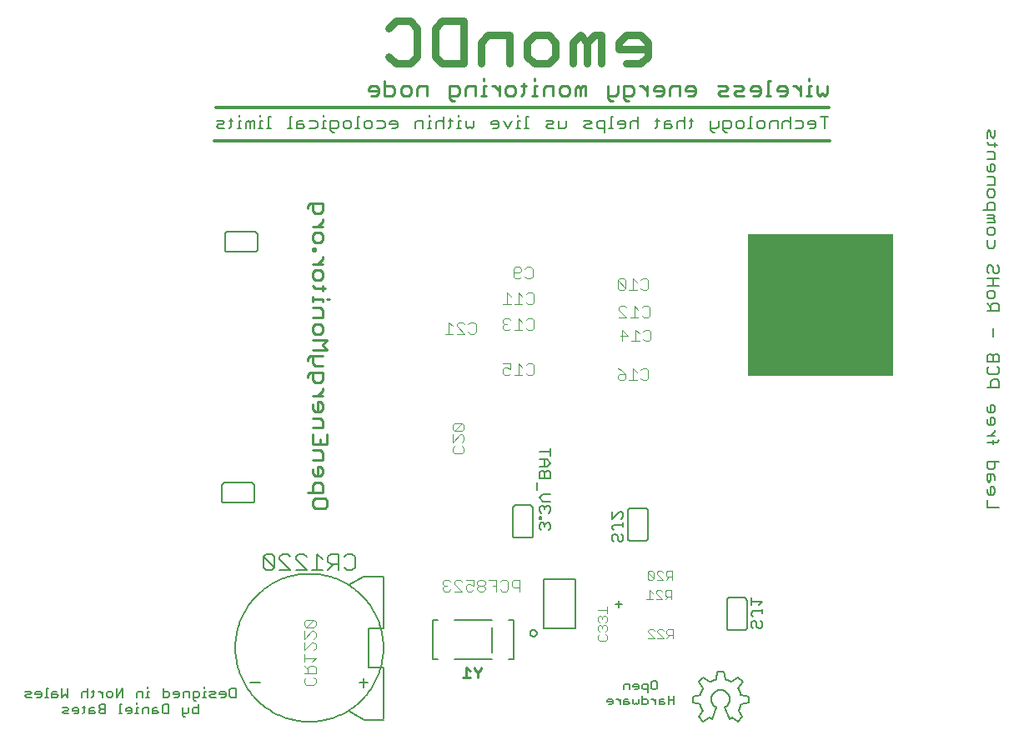
<source format=gbo>
G75*
%MOIN*%
%OFA0B0*%
%FSLAX25Y25*%
%IPPOS*%
%LPD*%
%AMOC8*
5,1,8,0,0,1.08239X$1,22.5*
%
%ADD10C,0.01100*%
%ADD11C,0.00600*%
%ADD12C,0.01200*%
%ADD13C,0.03000*%
%ADD14C,0.00800*%
%ADD15R,0.58000X0.57000*%
%ADD16C,0.00500*%
%ADD17C,0.00900*%
%ADD18C,0.00400*%
%ADD19C,0.00300*%
D10*
X0210118Y0144848D02*
X0210118Y0146817D01*
X0211102Y0147801D01*
X0215039Y0147801D01*
X0216023Y0146817D01*
X0216023Y0144848D01*
X0215039Y0143864D01*
X0211102Y0143864D01*
X0210118Y0144848D01*
X0210118Y0150310D02*
X0210118Y0153262D01*
X0211102Y0154246D01*
X0213070Y0154246D01*
X0214055Y0153262D01*
X0214055Y0150310D01*
X0208150Y0150310D01*
X0211102Y0156755D02*
X0213070Y0156755D01*
X0214055Y0157739D01*
X0214055Y0159708D01*
X0213070Y0160692D01*
X0212086Y0160692D01*
X0212086Y0156755D01*
X0211102Y0156755D02*
X0210118Y0157739D01*
X0210118Y0159708D01*
X0210118Y0163201D02*
X0214055Y0163201D01*
X0214055Y0166153D01*
X0213070Y0167137D01*
X0210118Y0167137D01*
X0210118Y0169646D02*
X0210118Y0173583D01*
X0210118Y0176092D02*
X0214055Y0176092D01*
X0214055Y0179044D01*
X0213070Y0180028D01*
X0210118Y0180028D01*
X0211102Y0182537D02*
X0213070Y0182537D01*
X0214055Y0183521D01*
X0214055Y0185490D01*
X0213070Y0186474D01*
X0212086Y0186474D01*
X0212086Y0182537D01*
X0211102Y0182537D02*
X0210118Y0183521D01*
X0210118Y0185490D01*
X0210118Y0188983D02*
X0214055Y0188983D01*
X0214055Y0190951D02*
X0212086Y0188983D01*
X0214055Y0190951D02*
X0214055Y0191935D01*
X0213070Y0194354D02*
X0211102Y0194354D01*
X0210118Y0195338D01*
X0210118Y0198291D01*
X0209134Y0198291D02*
X0214055Y0198291D01*
X0214055Y0195338D01*
X0213070Y0194354D01*
X0208150Y0196322D02*
X0208150Y0197306D01*
X0209134Y0198291D01*
X0211102Y0200799D02*
X0210118Y0201783D01*
X0210118Y0204736D01*
X0209134Y0204736D02*
X0208150Y0203752D01*
X0208150Y0202768D01*
X0209134Y0204736D02*
X0214055Y0204736D01*
X0216023Y0207245D02*
X0210118Y0207245D01*
X0210118Y0211181D02*
X0216023Y0211181D01*
X0214055Y0209213D01*
X0216023Y0207245D01*
X0214055Y0200799D02*
X0211102Y0200799D01*
X0211102Y0213690D02*
X0210118Y0214674D01*
X0210118Y0216643D01*
X0211102Y0217627D01*
X0213070Y0217627D01*
X0214055Y0216643D01*
X0214055Y0214674D01*
X0213070Y0213690D01*
X0211102Y0213690D01*
X0210118Y0220136D02*
X0214055Y0220136D01*
X0214055Y0223088D01*
X0213070Y0224072D01*
X0210118Y0224072D01*
X0210118Y0226581D02*
X0210118Y0228550D01*
X0210118Y0227565D02*
X0214055Y0227565D01*
X0214055Y0226581D01*
X0216023Y0227565D02*
X0217007Y0227565D01*
X0214055Y0230878D02*
X0214055Y0232847D01*
X0215039Y0231862D02*
X0211102Y0231862D01*
X0210118Y0232847D01*
X0211102Y0235175D02*
X0210118Y0236159D01*
X0210118Y0238128D01*
X0211102Y0239112D01*
X0213070Y0239112D01*
X0214055Y0238128D01*
X0214055Y0236159D01*
X0213070Y0235175D01*
X0211102Y0235175D01*
X0210118Y0241621D02*
X0214055Y0241621D01*
X0214055Y0243589D02*
X0214055Y0244573D01*
X0214055Y0243589D02*
X0212086Y0241621D01*
X0211102Y0246992D02*
X0211102Y0247976D01*
X0210118Y0247976D01*
X0210118Y0246992D01*
X0211102Y0246992D01*
X0211102Y0250215D02*
X0210118Y0251199D01*
X0210118Y0253167D01*
X0211102Y0254151D01*
X0213070Y0254151D01*
X0214055Y0253167D01*
X0214055Y0251199D01*
X0213070Y0250215D01*
X0211102Y0250215D01*
X0210118Y0256660D02*
X0214055Y0256660D01*
X0214055Y0258629D02*
X0214055Y0259613D01*
X0214055Y0258629D02*
X0212086Y0256660D01*
X0211102Y0262032D02*
X0210118Y0263016D01*
X0210118Y0265968D01*
X0209134Y0265968D02*
X0214055Y0265968D01*
X0214055Y0263016D01*
X0213070Y0262032D01*
X0211102Y0262032D01*
X0208150Y0264000D02*
X0208150Y0264984D01*
X0209134Y0265968D01*
X0233544Y0309004D02*
X0235512Y0309004D01*
X0236496Y0309988D01*
X0236496Y0311956D01*
X0235512Y0312941D01*
X0233544Y0312941D01*
X0232560Y0311956D01*
X0232560Y0310972D01*
X0236496Y0310972D01*
X0239005Y0309004D02*
X0241958Y0309004D01*
X0242942Y0309988D01*
X0242942Y0311956D01*
X0241958Y0312941D01*
X0239005Y0312941D01*
X0239005Y0314909D02*
X0239005Y0309004D01*
X0245451Y0309988D02*
X0245451Y0311956D01*
X0246435Y0312941D01*
X0248403Y0312941D01*
X0249387Y0311956D01*
X0249387Y0309988D01*
X0248403Y0309004D01*
X0246435Y0309004D01*
X0245451Y0309988D01*
X0251896Y0309004D02*
X0251896Y0311956D01*
X0252880Y0312941D01*
X0255833Y0312941D01*
X0255833Y0309004D01*
X0264787Y0309004D02*
X0267740Y0309004D01*
X0268724Y0309988D01*
X0268724Y0311956D01*
X0267740Y0312941D01*
X0264787Y0312941D01*
X0264787Y0308020D01*
X0265771Y0307036D01*
X0266756Y0307036D01*
X0271233Y0309004D02*
X0271233Y0311956D01*
X0272217Y0312941D01*
X0275169Y0312941D01*
X0275169Y0309004D01*
X0277498Y0309004D02*
X0279466Y0309004D01*
X0278482Y0309004D02*
X0278482Y0312941D01*
X0279466Y0312941D01*
X0278482Y0314909D02*
X0278482Y0315893D01*
X0281885Y0312941D02*
X0282869Y0312941D01*
X0284838Y0310972D01*
X0284838Y0309004D02*
X0284838Y0312941D01*
X0287346Y0311956D02*
X0288331Y0312941D01*
X0290299Y0312941D01*
X0291283Y0311956D01*
X0291283Y0309988D01*
X0290299Y0309004D01*
X0288331Y0309004D01*
X0287346Y0309988D01*
X0287346Y0311956D01*
X0293612Y0312941D02*
X0295580Y0312941D01*
X0294596Y0313925D02*
X0294596Y0309988D01*
X0293612Y0309004D01*
X0297909Y0309004D02*
X0299877Y0309004D01*
X0298893Y0309004D02*
X0298893Y0312941D01*
X0299877Y0312941D01*
X0298893Y0314909D02*
X0298893Y0315893D01*
X0302386Y0311956D02*
X0302386Y0309004D01*
X0302386Y0311956D02*
X0303370Y0312941D01*
X0306323Y0312941D01*
X0306323Y0309004D01*
X0308831Y0309988D02*
X0309816Y0309004D01*
X0311784Y0309004D01*
X0312768Y0309988D01*
X0312768Y0311956D01*
X0311784Y0312941D01*
X0309816Y0312941D01*
X0308831Y0311956D01*
X0308831Y0309988D01*
X0315277Y0309004D02*
X0315277Y0311956D01*
X0316261Y0312941D01*
X0317245Y0311956D01*
X0317245Y0309004D01*
X0319214Y0309004D02*
X0319214Y0312941D01*
X0318229Y0312941D01*
X0317245Y0311956D01*
X0328168Y0312941D02*
X0328168Y0308020D01*
X0329152Y0307036D01*
X0330136Y0307036D01*
X0331120Y0309004D02*
X0328168Y0309004D01*
X0331120Y0309004D02*
X0332105Y0309988D01*
X0332105Y0312941D01*
X0334613Y0312941D02*
X0334613Y0308020D01*
X0335598Y0307036D01*
X0336582Y0307036D01*
X0337566Y0309004D02*
X0334613Y0309004D01*
X0337566Y0309004D02*
X0338550Y0309988D01*
X0338550Y0311956D01*
X0337566Y0312941D01*
X0334613Y0312941D01*
X0340969Y0312941D02*
X0341953Y0312941D01*
X0343921Y0310972D01*
X0343921Y0309004D02*
X0343921Y0312941D01*
X0346430Y0311956D02*
X0346430Y0310972D01*
X0350367Y0310972D01*
X0350367Y0309988D02*
X0350367Y0311956D01*
X0349383Y0312941D01*
X0347414Y0312941D01*
X0346430Y0311956D01*
X0347414Y0309004D02*
X0349383Y0309004D01*
X0350367Y0309988D01*
X0352876Y0309004D02*
X0352876Y0311956D01*
X0353860Y0312941D01*
X0356812Y0312941D01*
X0356812Y0309004D01*
X0359321Y0310972D02*
X0363258Y0310972D01*
X0363258Y0309988D02*
X0363258Y0311956D01*
X0362274Y0312941D01*
X0360305Y0312941D01*
X0359321Y0311956D01*
X0359321Y0310972D01*
X0360305Y0309004D02*
X0362274Y0309004D01*
X0363258Y0309988D01*
X0372212Y0309988D02*
X0373196Y0309004D01*
X0376149Y0309004D01*
X0375165Y0310972D02*
X0376149Y0311956D01*
X0375165Y0312941D01*
X0372212Y0312941D01*
X0373196Y0310972D02*
X0375165Y0310972D01*
X0373196Y0310972D02*
X0372212Y0309988D01*
X0378658Y0309988D02*
X0379642Y0309004D01*
X0382594Y0309004D01*
X0381610Y0310972D02*
X0382594Y0311956D01*
X0381610Y0312941D01*
X0378658Y0312941D01*
X0379642Y0310972D02*
X0381610Y0310972D01*
X0379642Y0310972D02*
X0378658Y0309988D01*
X0385103Y0310972D02*
X0389040Y0310972D01*
X0389040Y0309988D02*
X0389040Y0311956D01*
X0388056Y0312941D01*
X0386087Y0312941D01*
X0385103Y0311956D01*
X0385103Y0310972D01*
X0386087Y0309004D02*
X0388056Y0309004D01*
X0389040Y0309988D01*
X0391369Y0309004D02*
X0393337Y0309004D01*
X0392353Y0309004D02*
X0392353Y0314909D01*
X0393337Y0314909D01*
X0395846Y0311956D02*
X0395846Y0310972D01*
X0399782Y0310972D01*
X0399782Y0309988D02*
X0399782Y0311956D01*
X0398798Y0312941D01*
X0396830Y0312941D01*
X0395846Y0311956D01*
X0396830Y0309004D02*
X0398798Y0309004D01*
X0399782Y0309988D01*
X0402201Y0312941D02*
X0403185Y0312941D01*
X0405154Y0310972D01*
X0405154Y0309004D02*
X0405154Y0312941D01*
X0408466Y0312941D02*
X0408466Y0309004D01*
X0407482Y0309004D02*
X0409451Y0309004D01*
X0411959Y0309988D02*
X0412944Y0309004D01*
X0413928Y0309988D01*
X0414912Y0309004D01*
X0415896Y0309988D01*
X0415896Y0312941D01*
X0411959Y0312941D02*
X0411959Y0309988D01*
X0409451Y0312941D02*
X0408466Y0312941D01*
X0408466Y0314909D02*
X0408466Y0315893D01*
X0216023Y0173583D02*
X0216023Y0169646D01*
X0210118Y0169646D01*
X0213070Y0169646D02*
X0213070Y0171614D01*
D11*
X0110201Y0062353D02*
X0110823Y0061731D01*
X0112690Y0061731D01*
X0112068Y0062975D02*
X0110823Y0062975D01*
X0110201Y0062353D01*
X0110201Y0064220D02*
X0112068Y0064220D01*
X0112690Y0063598D01*
X0112068Y0062975D01*
X0114189Y0062975D02*
X0116678Y0062975D01*
X0116678Y0062353D02*
X0116678Y0063598D01*
X0116056Y0064220D01*
X0114811Y0064220D01*
X0114189Y0063598D01*
X0114189Y0062975D01*
X0114811Y0061731D02*
X0116056Y0061731D01*
X0116678Y0062353D01*
X0118092Y0061731D02*
X0118714Y0062353D01*
X0118714Y0064842D01*
X0119336Y0064220D02*
X0118092Y0064220D01*
X0120835Y0063598D02*
X0120835Y0061731D01*
X0122702Y0061731D01*
X0123324Y0062353D01*
X0122702Y0062975D01*
X0120835Y0062975D01*
X0120835Y0063598D02*
X0121457Y0064220D01*
X0122702Y0064220D01*
X0124822Y0064220D02*
X0125445Y0063598D01*
X0127312Y0063598D01*
X0127312Y0065465D02*
X0125445Y0065465D01*
X0124822Y0064842D01*
X0124822Y0064220D01*
X0125445Y0063598D02*
X0124822Y0062975D01*
X0124822Y0062353D01*
X0125445Y0061731D01*
X0127312Y0061731D01*
X0127312Y0065465D01*
X0126315Y0068227D02*
X0126315Y0070716D01*
X0126315Y0069471D02*
X0125070Y0070716D01*
X0124448Y0070716D01*
X0122992Y0070716D02*
X0121747Y0070716D01*
X0122369Y0071338D02*
X0122369Y0068849D01*
X0121747Y0068227D01*
X0120333Y0068227D02*
X0120333Y0071961D01*
X0119711Y0070716D02*
X0118466Y0070716D01*
X0117844Y0070094D01*
X0117844Y0068227D01*
X0120333Y0070094D02*
X0119711Y0070716D01*
X0112358Y0071961D02*
X0112358Y0068227D01*
X0111113Y0069471D01*
X0109869Y0068227D01*
X0109869Y0071961D01*
X0107748Y0070716D02*
X0106503Y0070716D01*
X0105881Y0070094D01*
X0105881Y0068227D01*
X0107748Y0068227D01*
X0108370Y0068849D01*
X0107748Y0069471D01*
X0105881Y0069471D01*
X0104383Y0068227D02*
X0103138Y0068227D01*
X0103760Y0068227D02*
X0103760Y0071961D01*
X0104383Y0071961D01*
X0101724Y0070094D02*
X0101724Y0068849D01*
X0101102Y0068227D01*
X0099857Y0068227D01*
X0099235Y0069471D02*
X0101724Y0069471D01*
X0101724Y0070094D02*
X0101102Y0070716D01*
X0099857Y0070716D01*
X0099235Y0070094D01*
X0099235Y0069471D01*
X0097736Y0070094D02*
X0097114Y0070716D01*
X0095247Y0070716D01*
X0095869Y0069471D02*
X0097114Y0069471D01*
X0097736Y0070094D01*
X0097736Y0068227D02*
X0095869Y0068227D01*
X0095247Y0068849D01*
X0095869Y0069471D01*
X0127813Y0068849D02*
X0127813Y0070094D01*
X0128435Y0070716D01*
X0129680Y0070716D01*
X0130302Y0070094D01*
X0130302Y0068849D01*
X0129680Y0068227D01*
X0128435Y0068227D01*
X0127813Y0068849D01*
X0131801Y0068227D02*
X0131801Y0071961D01*
X0134290Y0071961D02*
X0131801Y0068227D01*
X0134290Y0068227D02*
X0134290Y0071961D01*
X0139776Y0070094D02*
X0139776Y0068227D01*
X0139776Y0070094D02*
X0140398Y0070716D01*
X0142265Y0070716D01*
X0142265Y0068227D01*
X0143679Y0068227D02*
X0144924Y0068227D01*
X0144301Y0068227D02*
X0144301Y0070716D01*
X0144924Y0070716D01*
X0144301Y0071961D02*
X0144301Y0072583D01*
X0150410Y0071961D02*
X0150410Y0068227D01*
X0152277Y0068227D01*
X0152899Y0068849D01*
X0152899Y0070094D01*
X0152277Y0070716D01*
X0150410Y0070716D01*
X0154397Y0070094D02*
X0154397Y0069471D01*
X0156887Y0069471D01*
X0156887Y0068849D02*
X0156887Y0070094D01*
X0156264Y0070716D01*
X0155020Y0070716D01*
X0154397Y0070094D01*
X0155020Y0068227D02*
X0156264Y0068227D01*
X0156887Y0068849D01*
X0158385Y0068227D02*
X0158385Y0070094D01*
X0159007Y0070716D01*
X0160874Y0070716D01*
X0160874Y0068227D01*
X0162373Y0068227D02*
X0164240Y0068227D01*
X0164862Y0068849D01*
X0164862Y0070094D01*
X0164240Y0070716D01*
X0162373Y0070716D01*
X0162373Y0067604D01*
X0162995Y0066982D01*
X0163617Y0066982D01*
X0164530Y0065465D02*
X0164530Y0061731D01*
X0162663Y0061731D01*
X0162040Y0062353D01*
X0162040Y0063598D01*
X0162663Y0064220D01*
X0164530Y0064220D01*
X0160542Y0064220D02*
X0160542Y0062353D01*
X0159920Y0061731D01*
X0158053Y0061731D01*
X0158053Y0061108D02*
X0158675Y0060486D01*
X0159297Y0060486D01*
X0158053Y0061108D02*
X0158053Y0064220D01*
X0152567Y0065465D02*
X0152567Y0061731D01*
X0150700Y0061731D01*
X0150077Y0062353D01*
X0150077Y0064842D01*
X0150700Y0065465D01*
X0152567Y0065465D01*
X0147957Y0064220D02*
X0146712Y0064220D01*
X0146090Y0063598D01*
X0146090Y0061731D01*
X0147957Y0061731D01*
X0148579Y0062353D01*
X0147957Y0062975D01*
X0146090Y0062975D01*
X0144591Y0061731D02*
X0144591Y0064220D01*
X0142724Y0064220D01*
X0142102Y0063598D01*
X0142102Y0061731D01*
X0140604Y0061731D02*
X0139359Y0061731D01*
X0139981Y0061731D02*
X0139981Y0064220D01*
X0140604Y0064220D01*
X0139981Y0065465D02*
X0139981Y0066087D01*
X0137945Y0063598D02*
X0137323Y0064220D01*
X0136078Y0064220D01*
X0135456Y0063598D01*
X0135456Y0062975D01*
X0137945Y0062975D01*
X0137945Y0062353D02*
X0137945Y0063598D01*
X0137945Y0062353D02*
X0137323Y0061731D01*
X0136078Y0061731D01*
X0133958Y0061731D02*
X0132713Y0061731D01*
X0133335Y0061731D02*
X0133335Y0065465D01*
X0133958Y0065465D01*
X0166276Y0068227D02*
X0167520Y0068227D01*
X0166898Y0068227D02*
X0166898Y0070716D01*
X0167520Y0070716D01*
X0166898Y0071961D02*
X0166898Y0072583D01*
X0169019Y0070716D02*
X0170886Y0070716D01*
X0171508Y0070094D01*
X0170886Y0069471D01*
X0169641Y0069471D01*
X0169019Y0068849D01*
X0169641Y0068227D01*
X0171508Y0068227D01*
X0173007Y0069471D02*
X0175496Y0069471D01*
X0175496Y0068849D02*
X0175496Y0070094D01*
X0174873Y0070716D01*
X0173629Y0070716D01*
X0173007Y0070094D01*
X0173007Y0069471D01*
X0173629Y0068227D02*
X0174873Y0068227D01*
X0175496Y0068849D01*
X0176994Y0068849D02*
X0176994Y0071338D01*
X0177617Y0071961D01*
X0179483Y0071961D01*
X0179483Y0068227D01*
X0177617Y0068227D01*
X0176994Y0068849D01*
X0191605Y0119311D02*
X0193740Y0119311D01*
X0194808Y0120378D01*
X0190538Y0124648D01*
X0190538Y0120378D01*
X0191605Y0119311D01*
X0194808Y0120378D02*
X0194808Y0124648D01*
X0193740Y0125716D01*
X0191605Y0125716D01*
X0190538Y0124648D01*
X0196983Y0124648D02*
X0196983Y0123581D01*
X0201253Y0119311D01*
X0196983Y0119311D01*
X0203429Y0119311D02*
X0207699Y0119311D01*
X0203429Y0123581D01*
X0203429Y0124648D01*
X0204496Y0125716D01*
X0206631Y0125716D01*
X0207699Y0124648D01*
X0212009Y0125716D02*
X0212009Y0119311D01*
X0214144Y0119311D02*
X0209874Y0119311D01*
X0214144Y0123581D02*
X0212009Y0125716D01*
X0216320Y0124648D02*
X0216320Y0122513D01*
X0217387Y0121446D01*
X0220590Y0121446D01*
X0218455Y0121446D02*
X0216320Y0119311D01*
X0220590Y0119311D02*
X0220590Y0125716D01*
X0217387Y0125716D01*
X0216320Y0124648D01*
X0222765Y0124648D02*
X0223833Y0125716D01*
X0225968Y0125716D01*
X0227035Y0124648D01*
X0227035Y0120378D01*
X0225968Y0119311D01*
X0223833Y0119311D01*
X0222765Y0120378D01*
X0201253Y0124648D02*
X0200186Y0125716D01*
X0198051Y0125716D01*
X0196983Y0124648D01*
X0185902Y0146085D02*
X0174902Y0146085D01*
X0174842Y0146087D01*
X0174781Y0146092D01*
X0174722Y0146101D01*
X0174663Y0146114D01*
X0174604Y0146130D01*
X0174547Y0146150D01*
X0174492Y0146173D01*
X0174437Y0146200D01*
X0174385Y0146229D01*
X0174334Y0146262D01*
X0174285Y0146298D01*
X0174239Y0146336D01*
X0174195Y0146378D01*
X0174153Y0146422D01*
X0174115Y0146468D01*
X0174079Y0146517D01*
X0174046Y0146568D01*
X0174017Y0146620D01*
X0173990Y0146675D01*
X0173967Y0146730D01*
X0173947Y0146787D01*
X0173931Y0146846D01*
X0173918Y0146905D01*
X0173909Y0146964D01*
X0173904Y0147025D01*
X0173902Y0147085D01*
X0173902Y0153085D01*
X0173904Y0153145D01*
X0173909Y0153206D01*
X0173918Y0153265D01*
X0173931Y0153324D01*
X0173947Y0153383D01*
X0173967Y0153440D01*
X0173990Y0153495D01*
X0174017Y0153550D01*
X0174046Y0153602D01*
X0174079Y0153653D01*
X0174115Y0153702D01*
X0174153Y0153748D01*
X0174195Y0153792D01*
X0174239Y0153834D01*
X0174285Y0153872D01*
X0174334Y0153908D01*
X0174385Y0153941D01*
X0174437Y0153970D01*
X0174492Y0153997D01*
X0174547Y0154020D01*
X0174604Y0154040D01*
X0174663Y0154056D01*
X0174722Y0154069D01*
X0174781Y0154078D01*
X0174842Y0154083D01*
X0174902Y0154085D01*
X0185902Y0154085D01*
X0185962Y0154083D01*
X0186023Y0154078D01*
X0186082Y0154069D01*
X0186141Y0154056D01*
X0186200Y0154040D01*
X0186257Y0154020D01*
X0186312Y0153997D01*
X0186367Y0153970D01*
X0186419Y0153941D01*
X0186470Y0153908D01*
X0186519Y0153872D01*
X0186565Y0153834D01*
X0186609Y0153792D01*
X0186651Y0153748D01*
X0186689Y0153702D01*
X0186725Y0153653D01*
X0186758Y0153602D01*
X0186787Y0153550D01*
X0186814Y0153495D01*
X0186837Y0153440D01*
X0186857Y0153383D01*
X0186873Y0153324D01*
X0186886Y0153265D01*
X0186895Y0153206D01*
X0186900Y0153145D01*
X0186902Y0153085D01*
X0186902Y0147085D01*
X0186900Y0147025D01*
X0186895Y0146964D01*
X0186886Y0146905D01*
X0186873Y0146846D01*
X0186857Y0146787D01*
X0186837Y0146730D01*
X0186814Y0146675D01*
X0186787Y0146620D01*
X0186758Y0146568D01*
X0186725Y0146517D01*
X0186689Y0146468D01*
X0186651Y0146422D01*
X0186609Y0146378D01*
X0186565Y0146336D01*
X0186519Y0146298D01*
X0186470Y0146262D01*
X0186419Y0146229D01*
X0186367Y0146200D01*
X0186312Y0146173D01*
X0186257Y0146150D01*
X0186200Y0146130D01*
X0186141Y0146114D01*
X0186082Y0146101D01*
X0186023Y0146092D01*
X0185962Y0146087D01*
X0185902Y0146085D01*
X0334582Y0073110D02*
X0334582Y0071408D01*
X0334582Y0073110D02*
X0335149Y0073677D01*
X0336851Y0073677D01*
X0336851Y0071408D01*
X0338265Y0072543D02*
X0340534Y0072543D01*
X0340534Y0073110D02*
X0340534Y0071975D01*
X0339967Y0071408D01*
X0338832Y0071408D01*
X0338265Y0072543D02*
X0338265Y0073110D01*
X0338832Y0073677D01*
X0339967Y0073677D01*
X0340534Y0073110D01*
X0341948Y0073110D02*
X0341948Y0071975D01*
X0342515Y0071408D01*
X0344217Y0071408D01*
X0344217Y0070274D02*
X0344217Y0073677D01*
X0342515Y0073677D01*
X0341948Y0073110D01*
X0345631Y0074244D02*
X0346199Y0074811D01*
X0347333Y0074811D01*
X0347900Y0074244D01*
X0347900Y0071975D01*
X0347333Y0071408D01*
X0346199Y0071408D01*
X0345631Y0071975D01*
X0345631Y0074244D01*
X0341948Y0068811D02*
X0341948Y0065408D01*
X0343650Y0065408D01*
X0344217Y0065975D01*
X0344217Y0067110D01*
X0343650Y0067677D01*
X0341948Y0067677D01*
X0340534Y0067677D02*
X0340534Y0065975D01*
X0339967Y0065408D01*
X0339399Y0065975D01*
X0338832Y0065408D01*
X0338265Y0065975D01*
X0338265Y0067677D01*
X0336284Y0067677D02*
X0335149Y0067677D01*
X0334582Y0067110D01*
X0334582Y0065408D01*
X0336284Y0065408D01*
X0336851Y0065975D01*
X0336284Y0066543D01*
X0334582Y0066543D01*
X0333168Y0066543D02*
X0332033Y0067677D01*
X0331466Y0067677D01*
X0330098Y0067110D02*
X0329531Y0067677D01*
X0328397Y0067677D01*
X0327830Y0067110D01*
X0327830Y0066543D01*
X0330098Y0066543D01*
X0330098Y0067110D02*
X0330098Y0065975D01*
X0329531Y0065408D01*
X0328397Y0065408D01*
X0333168Y0065408D02*
X0333168Y0067677D01*
X0345585Y0067677D02*
X0346152Y0067677D01*
X0347286Y0066543D01*
X0347286Y0067677D02*
X0347286Y0065408D01*
X0348701Y0065408D02*
X0348701Y0067110D01*
X0349268Y0067677D01*
X0350402Y0067677D01*
X0350402Y0066543D02*
X0348701Y0066543D01*
X0348701Y0065408D02*
X0350402Y0065408D01*
X0350969Y0065975D01*
X0350402Y0066543D01*
X0352384Y0067110D02*
X0354653Y0067110D01*
X0354653Y0068811D02*
X0354653Y0065408D01*
X0352384Y0065408D02*
X0352384Y0068811D01*
X0362106Y0068699D02*
X0362106Y0066099D01*
X0365106Y0065599D01*
X0366106Y0062899D02*
X0364406Y0060499D01*
X0366306Y0058599D01*
X0368706Y0060299D01*
X0369706Y0059699D01*
X0371606Y0064199D01*
X0366106Y0062893D02*
X0366010Y0063059D01*
X0365917Y0063226D01*
X0365829Y0063396D01*
X0365745Y0063568D01*
X0365665Y0063741D01*
X0365589Y0063917D01*
X0365517Y0064094D01*
X0365450Y0064273D01*
X0365386Y0064454D01*
X0365327Y0064636D01*
X0365273Y0064819D01*
X0365222Y0065004D01*
X0365176Y0065189D01*
X0365135Y0065376D01*
X0365098Y0065564D01*
X0365106Y0069299D02*
X0362106Y0068699D01*
X0366206Y0071799D02*
X0364406Y0074399D01*
X0366306Y0076199D01*
X0368906Y0074399D01*
X0371406Y0075399D02*
X0371906Y0078599D01*
X0374606Y0078599D01*
X0375106Y0075399D01*
X0377606Y0074399D02*
X0380206Y0076199D01*
X0382106Y0074399D01*
X0380306Y0071799D01*
X0381406Y0069299D02*
X0384406Y0068699D01*
X0384406Y0066099D01*
X0381406Y0065599D01*
X0380406Y0062899D02*
X0382006Y0060499D01*
X0380206Y0058599D01*
X0377806Y0060299D01*
X0376806Y0059699D01*
X0374806Y0064199D01*
X0380373Y0062931D02*
X0380476Y0063107D01*
X0380575Y0063286D01*
X0380669Y0063467D01*
X0380759Y0063650D01*
X0380844Y0063836D01*
X0380925Y0064023D01*
X0381001Y0064213D01*
X0381072Y0064404D01*
X0381139Y0064597D01*
X0381200Y0064792D01*
X0381258Y0064988D01*
X0381310Y0065185D01*
X0381357Y0065383D01*
X0381400Y0065583D01*
X0377572Y0074435D02*
X0377400Y0074535D01*
X0377225Y0074632D01*
X0377049Y0074724D01*
X0376870Y0074812D01*
X0376689Y0074896D01*
X0376506Y0074975D01*
X0376322Y0075050D01*
X0376135Y0075121D01*
X0375947Y0075187D01*
X0375758Y0075248D01*
X0375567Y0075305D01*
X0375374Y0075358D01*
X0375181Y0075405D01*
X0374806Y0064299D02*
X0374913Y0064354D01*
X0375019Y0064411D01*
X0375122Y0064473D01*
X0375224Y0064537D01*
X0375323Y0064605D01*
X0375420Y0064676D01*
X0375515Y0064750D01*
X0375607Y0064827D01*
X0375697Y0064908D01*
X0375784Y0064991D01*
X0375868Y0065077D01*
X0375949Y0065165D01*
X0376027Y0065257D01*
X0376103Y0065351D01*
X0376175Y0065447D01*
X0376244Y0065545D01*
X0376310Y0065646D01*
X0376372Y0065749D01*
X0376431Y0065854D01*
X0376487Y0065960D01*
X0376539Y0066069D01*
X0376587Y0066179D01*
X0376632Y0066291D01*
X0376673Y0066404D01*
X0376710Y0066518D01*
X0376744Y0066634D01*
X0376773Y0066750D01*
X0376799Y0066868D01*
X0376821Y0066986D01*
X0376840Y0067105D01*
X0376854Y0067224D01*
X0376864Y0067344D01*
X0376871Y0067464D01*
X0376873Y0067585D01*
X0376871Y0067705D01*
X0376866Y0067825D01*
X0376857Y0067945D01*
X0376843Y0068065D01*
X0376826Y0068184D01*
X0376805Y0068302D01*
X0376780Y0068420D01*
X0376751Y0068537D01*
X0376718Y0068652D01*
X0376682Y0068767D01*
X0376642Y0068880D01*
X0376598Y0068992D01*
X0376550Y0069103D01*
X0376499Y0069212D01*
X0376445Y0069319D01*
X0376386Y0069424D01*
X0376325Y0069528D01*
X0376260Y0069629D01*
X0376192Y0069728D01*
X0376120Y0069825D01*
X0376046Y0069919D01*
X0375968Y0070011D01*
X0375888Y0070100D01*
X0375804Y0070187D01*
X0375718Y0070271D01*
X0375629Y0070352D01*
X0375537Y0070430D01*
X0375443Y0070505D01*
X0375347Y0070576D01*
X0375248Y0070645D01*
X0375147Y0070710D01*
X0375044Y0070772D01*
X0374939Y0070831D01*
X0374832Y0070886D01*
X0374723Y0070938D01*
X0374613Y0070985D01*
X0374501Y0071030D01*
X0374388Y0071070D01*
X0374273Y0071107D01*
X0374157Y0071140D01*
X0374041Y0071170D01*
X0373923Y0071195D01*
X0373805Y0071217D01*
X0373686Y0071234D01*
X0373566Y0071248D01*
X0373446Y0071258D01*
X0373326Y0071264D01*
X0373206Y0071266D01*
X0373086Y0071264D01*
X0372966Y0071258D01*
X0372846Y0071248D01*
X0372726Y0071234D01*
X0372607Y0071217D01*
X0372489Y0071195D01*
X0372371Y0071170D01*
X0372255Y0071140D01*
X0372139Y0071107D01*
X0372024Y0071070D01*
X0371911Y0071030D01*
X0371799Y0070985D01*
X0371689Y0070938D01*
X0371580Y0070886D01*
X0371473Y0070831D01*
X0371368Y0070772D01*
X0371265Y0070710D01*
X0371164Y0070645D01*
X0371065Y0070576D01*
X0370969Y0070505D01*
X0370875Y0070430D01*
X0370783Y0070352D01*
X0370694Y0070271D01*
X0370608Y0070187D01*
X0370524Y0070100D01*
X0370444Y0070011D01*
X0370366Y0069919D01*
X0370292Y0069825D01*
X0370220Y0069728D01*
X0370152Y0069629D01*
X0370087Y0069528D01*
X0370026Y0069424D01*
X0369967Y0069319D01*
X0369913Y0069212D01*
X0369862Y0069103D01*
X0369814Y0068992D01*
X0369770Y0068880D01*
X0369730Y0068767D01*
X0369694Y0068652D01*
X0369661Y0068537D01*
X0369632Y0068420D01*
X0369607Y0068302D01*
X0369586Y0068184D01*
X0369569Y0068065D01*
X0369555Y0067945D01*
X0369546Y0067825D01*
X0369541Y0067705D01*
X0369539Y0067585D01*
X0369541Y0067464D01*
X0369548Y0067344D01*
X0369558Y0067224D01*
X0369572Y0067105D01*
X0369591Y0066986D01*
X0369613Y0066868D01*
X0369639Y0066750D01*
X0369668Y0066634D01*
X0369702Y0066518D01*
X0369739Y0066404D01*
X0369780Y0066291D01*
X0369825Y0066179D01*
X0369873Y0066069D01*
X0369925Y0065960D01*
X0369981Y0065854D01*
X0370040Y0065749D01*
X0370102Y0065646D01*
X0370168Y0065545D01*
X0370237Y0065447D01*
X0370309Y0065351D01*
X0370385Y0065257D01*
X0370463Y0065165D01*
X0370544Y0065077D01*
X0370628Y0064991D01*
X0370715Y0064908D01*
X0370805Y0064827D01*
X0370897Y0064750D01*
X0370992Y0064676D01*
X0371089Y0064605D01*
X0371188Y0064537D01*
X0371290Y0064473D01*
X0371393Y0064411D01*
X0371499Y0064354D01*
X0371606Y0064299D01*
X0365116Y0069299D02*
X0365166Y0069487D01*
X0365221Y0069674D01*
X0365280Y0069860D01*
X0365344Y0070044D01*
X0365412Y0070227D01*
X0365485Y0070408D01*
X0365562Y0070587D01*
X0365643Y0070764D01*
X0365729Y0070940D01*
X0365818Y0071113D01*
X0365912Y0071284D01*
X0366010Y0071452D01*
X0366112Y0071619D01*
X0366217Y0071782D01*
X0368869Y0074416D02*
X0369034Y0074514D01*
X0369202Y0074608D01*
X0369372Y0074698D01*
X0369544Y0074785D01*
X0369717Y0074867D01*
X0369893Y0074946D01*
X0370070Y0075020D01*
X0370249Y0075090D01*
X0370430Y0075156D01*
X0370612Y0075218D01*
X0370795Y0075276D01*
X0370980Y0075330D01*
X0371166Y0075379D01*
X0371353Y0075424D01*
X0380298Y0071745D02*
X0380398Y0071583D01*
X0380495Y0071418D01*
X0380588Y0071251D01*
X0380676Y0071082D01*
X0380761Y0070912D01*
X0380842Y0070739D01*
X0380919Y0070564D01*
X0380992Y0070388D01*
X0381061Y0070210D01*
X0381126Y0070030D01*
X0381187Y0069850D01*
X0381243Y0069667D01*
X0381296Y0069484D01*
X0381344Y0069299D01*
X0188066Y0247502D02*
X0188066Y0253502D01*
X0188064Y0253562D01*
X0188059Y0253623D01*
X0188050Y0253682D01*
X0188037Y0253741D01*
X0188021Y0253800D01*
X0188001Y0253857D01*
X0187978Y0253912D01*
X0187951Y0253967D01*
X0187922Y0254019D01*
X0187889Y0254070D01*
X0187853Y0254119D01*
X0187815Y0254165D01*
X0187773Y0254209D01*
X0187729Y0254251D01*
X0187683Y0254289D01*
X0187634Y0254325D01*
X0187583Y0254358D01*
X0187531Y0254387D01*
X0187476Y0254414D01*
X0187421Y0254437D01*
X0187364Y0254457D01*
X0187305Y0254473D01*
X0187246Y0254486D01*
X0187187Y0254495D01*
X0187126Y0254500D01*
X0187066Y0254502D01*
X0176066Y0254502D01*
X0176006Y0254500D01*
X0175945Y0254495D01*
X0175886Y0254486D01*
X0175827Y0254473D01*
X0175768Y0254457D01*
X0175711Y0254437D01*
X0175656Y0254414D01*
X0175601Y0254387D01*
X0175549Y0254358D01*
X0175498Y0254325D01*
X0175449Y0254289D01*
X0175403Y0254251D01*
X0175359Y0254209D01*
X0175317Y0254165D01*
X0175279Y0254119D01*
X0175243Y0254070D01*
X0175210Y0254019D01*
X0175181Y0253967D01*
X0175154Y0253912D01*
X0175131Y0253857D01*
X0175111Y0253800D01*
X0175095Y0253741D01*
X0175082Y0253682D01*
X0175073Y0253623D01*
X0175068Y0253562D01*
X0175066Y0253502D01*
X0175066Y0247502D01*
X0175068Y0247442D01*
X0175073Y0247381D01*
X0175082Y0247322D01*
X0175095Y0247263D01*
X0175111Y0247204D01*
X0175131Y0247147D01*
X0175154Y0247092D01*
X0175181Y0247037D01*
X0175210Y0246985D01*
X0175243Y0246934D01*
X0175279Y0246885D01*
X0175317Y0246839D01*
X0175359Y0246795D01*
X0175403Y0246753D01*
X0175449Y0246715D01*
X0175498Y0246679D01*
X0175549Y0246646D01*
X0175601Y0246617D01*
X0175656Y0246590D01*
X0175711Y0246567D01*
X0175768Y0246547D01*
X0175827Y0246531D01*
X0175886Y0246518D01*
X0175945Y0246509D01*
X0176006Y0246504D01*
X0176066Y0246502D01*
X0187066Y0246502D01*
X0187126Y0246504D01*
X0187187Y0246509D01*
X0187246Y0246518D01*
X0187305Y0246531D01*
X0187364Y0246547D01*
X0187421Y0246567D01*
X0187476Y0246590D01*
X0187531Y0246617D01*
X0187583Y0246646D01*
X0187634Y0246679D01*
X0187683Y0246715D01*
X0187729Y0246753D01*
X0187773Y0246795D01*
X0187815Y0246839D01*
X0187853Y0246885D01*
X0187889Y0246934D01*
X0187922Y0246985D01*
X0187951Y0247037D01*
X0187978Y0247092D01*
X0188001Y0247147D01*
X0188021Y0247204D01*
X0188037Y0247263D01*
X0188050Y0247322D01*
X0188059Y0247381D01*
X0188064Y0247442D01*
X0188066Y0247502D01*
D12*
X0170816Y0290740D02*
X0416803Y0290740D01*
X0416605Y0304054D02*
X0171619Y0304054D01*
D13*
X0240616Y0324672D02*
X0243452Y0321836D01*
X0249123Y0321836D01*
X0251959Y0324672D01*
X0251959Y0336015D01*
X0249123Y0338851D01*
X0243452Y0338851D01*
X0240616Y0336015D01*
X0259032Y0336015D02*
X0261867Y0338851D01*
X0270375Y0338851D01*
X0270375Y0321836D01*
X0261867Y0321836D01*
X0259032Y0324672D01*
X0259032Y0336015D01*
X0277447Y0330344D02*
X0277447Y0321836D01*
X0288790Y0321836D02*
X0288790Y0333179D01*
X0280283Y0333179D01*
X0277447Y0330344D01*
X0295863Y0330344D02*
X0295863Y0324672D01*
X0298699Y0321836D01*
X0304370Y0321836D01*
X0307206Y0324672D01*
X0307206Y0330344D01*
X0304370Y0333179D01*
X0298699Y0333179D01*
X0295863Y0330344D01*
X0314279Y0330344D02*
X0314279Y0321836D01*
X0319950Y0321836D02*
X0319950Y0330344D01*
X0317114Y0333179D01*
X0314279Y0330344D01*
X0319950Y0330344D02*
X0322786Y0333179D01*
X0325622Y0333179D01*
X0325622Y0321836D01*
X0332694Y0327508D02*
X0344037Y0327508D01*
X0344037Y0324672D02*
X0344037Y0330344D01*
X0341202Y0333179D01*
X0335530Y0333179D01*
X0332694Y0330344D01*
X0332694Y0327508D01*
X0335530Y0321836D02*
X0341202Y0321836D01*
X0344037Y0324672D01*
D14*
X0340343Y0300591D02*
X0340343Y0295887D01*
X0340343Y0298239D02*
X0339559Y0299023D01*
X0337991Y0299023D01*
X0337207Y0298239D01*
X0337207Y0295887D01*
X0335279Y0296671D02*
X0335279Y0298239D01*
X0334495Y0299023D01*
X0332927Y0299023D01*
X0332143Y0298239D01*
X0332143Y0297455D01*
X0335279Y0297455D01*
X0335279Y0296671D02*
X0334495Y0295887D01*
X0332927Y0295887D01*
X0330214Y0295887D02*
X0328646Y0295887D01*
X0329430Y0295887D02*
X0329430Y0300591D01*
X0330214Y0300591D01*
X0326838Y0299023D02*
X0324486Y0299023D01*
X0323702Y0298239D01*
X0323702Y0296671D01*
X0324486Y0295887D01*
X0326838Y0295887D01*
X0326838Y0294319D02*
X0326838Y0299023D01*
X0321774Y0298239D02*
X0320990Y0299023D01*
X0318638Y0299023D01*
X0319422Y0297455D02*
X0318638Y0296671D01*
X0319422Y0295887D01*
X0321774Y0295887D01*
X0320990Y0297455D02*
X0321774Y0298239D01*
X0320990Y0297455D02*
X0319422Y0297455D01*
X0311645Y0296671D02*
X0311645Y0299023D01*
X0311645Y0296671D02*
X0310861Y0295887D01*
X0308509Y0295887D01*
X0308509Y0299023D01*
X0306581Y0298239D02*
X0305797Y0299023D01*
X0303445Y0299023D01*
X0304229Y0297455D02*
X0303445Y0296671D01*
X0304229Y0295887D01*
X0306581Y0295887D01*
X0305797Y0297455D02*
X0306581Y0298239D01*
X0305797Y0297455D02*
X0304229Y0297455D01*
X0296452Y0295887D02*
X0294884Y0295887D01*
X0295668Y0295887D02*
X0295668Y0300591D01*
X0296452Y0300591D01*
X0293076Y0299023D02*
X0292292Y0299023D01*
X0292292Y0295887D01*
X0293076Y0295887D02*
X0291508Y0295887D01*
X0288132Y0295887D02*
X0286564Y0299023D01*
X0284635Y0298239D02*
X0283851Y0299023D01*
X0282283Y0299023D01*
X0281499Y0298239D01*
X0281499Y0297455D01*
X0284635Y0297455D01*
X0284635Y0296671D02*
X0284635Y0298239D01*
X0284635Y0296671D02*
X0283851Y0295887D01*
X0282283Y0295887D01*
X0288132Y0295887D02*
X0289700Y0299023D01*
X0292292Y0300591D02*
X0292292Y0301375D01*
X0274507Y0299023D02*
X0274507Y0296671D01*
X0273723Y0295887D01*
X0272939Y0296671D01*
X0272155Y0295887D01*
X0271371Y0296671D01*
X0271371Y0299023D01*
X0269442Y0299023D02*
X0268658Y0299023D01*
X0268658Y0295887D01*
X0269442Y0295887D02*
X0267874Y0295887D01*
X0265282Y0296671D02*
X0265282Y0299807D01*
X0266066Y0299023D02*
X0264498Y0299023D01*
X0262690Y0298239D02*
X0261906Y0299023D01*
X0260338Y0299023D01*
X0259554Y0298239D01*
X0259554Y0295887D01*
X0257626Y0295887D02*
X0256058Y0295887D01*
X0256842Y0295887D02*
X0256842Y0299023D01*
X0257626Y0299023D01*
X0256842Y0300591D02*
X0256842Y0301375D01*
X0254249Y0299023D02*
X0251897Y0299023D01*
X0251113Y0298239D01*
X0251113Y0295887D01*
X0254249Y0295887D02*
X0254249Y0299023D01*
X0262690Y0300591D02*
X0262690Y0295887D01*
X0264498Y0295887D02*
X0265282Y0296671D01*
X0268658Y0300591D02*
X0268658Y0301375D01*
X0244121Y0298239D02*
X0243337Y0299023D01*
X0241769Y0299023D01*
X0240985Y0298239D01*
X0240985Y0297455D01*
X0244121Y0297455D01*
X0244121Y0296671D02*
X0244121Y0298239D01*
X0244121Y0296671D02*
X0243337Y0295887D01*
X0241769Y0295887D01*
X0239057Y0296671D02*
X0238273Y0295887D01*
X0235921Y0295887D01*
X0233992Y0296671D02*
X0233208Y0295887D01*
X0231640Y0295887D01*
X0230856Y0296671D01*
X0230856Y0298239D01*
X0231640Y0299023D01*
X0233208Y0299023D01*
X0233992Y0298239D01*
X0233992Y0296671D01*
X0235921Y0299023D02*
X0238273Y0299023D01*
X0239057Y0298239D01*
X0239057Y0296671D01*
X0228928Y0295887D02*
X0227360Y0295887D01*
X0228144Y0295887D02*
X0228144Y0300591D01*
X0228928Y0300591D01*
X0225552Y0298239D02*
X0224768Y0299023D01*
X0223200Y0299023D01*
X0222416Y0298239D01*
X0222416Y0296671D01*
X0223200Y0295887D01*
X0224768Y0295887D01*
X0225552Y0296671D01*
X0225552Y0298239D01*
X0220487Y0298239D02*
X0219703Y0299023D01*
X0217351Y0299023D01*
X0217351Y0295103D01*
X0218135Y0294319D01*
X0218919Y0294319D01*
X0219703Y0295887D02*
X0217351Y0295887D01*
X0215423Y0295887D02*
X0213855Y0295887D01*
X0214639Y0295887D02*
X0214639Y0299023D01*
X0215423Y0299023D01*
X0214639Y0300591D02*
X0214639Y0301375D01*
X0212047Y0298239D02*
X0211263Y0299023D01*
X0208911Y0299023D01*
X0206198Y0299023D02*
X0204630Y0299023D01*
X0203846Y0298239D01*
X0203846Y0295887D01*
X0206198Y0295887D01*
X0206982Y0296671D01*
X0206198Y0297455D01*
X0203846Y0297455D01*
X0201918Y0295887D02*
X0200350Y0295887D01*
X0201134Y0295887D02*
X0201134Y0300591D01*
X0201918Y0300591D01*
X0208911Y0295887D02*
X0211263Y0295887D01*
X0212047Y0296671D01*
X0212047Y0298239D01*
X0219703Y0295887D02*
X0220487Y0296671D01*
X0220487Y0298239D01*
X0193478Y0300591D02*
X0192694Y0300591D01*
X0192694Y0295887D01*
X0193478Y0295887D02*
X0191910Y0295887D01*
X0190101Y0295887D02*
X0188533Y0295887D01*
X0189317Y0295887D02*
X0189317Y0299023D01*
X0190101Y0299023D01*
X0189317Y0300591D02*
X0189317Y0301375D01*
X0186725Y0299023D02*
X0185941Y0299023D01*
X0185157Y0298239D01*
X0184373Y0299023D01*
X0183589Y0298239D01*
X0183589Y0295887D01*
X0185157Y0295887D02*
X0185157Y0298239D01*
X0186725Y0299023D02*
X0186725Y0295887D01*
X0181661Y0295887D02*
X0180093Y0295887D01*
X0180877Y0295887D02*
X0180877Y0299023D01*
X0181661Y0299023D01*
X0180877Y0300591D02*
X0180877Y0301375D01*
X0178285Y0299023D02*
X0176717Y0299023D01*
X0177501Y0299807D02*
X0177501Y0296671D01*
X0176717Y0295887D01*
X0174908Y0295887D02*
X0172556Y0295887D01*
X0171772Y0296671D01*
X0172556Y0297455D01*
X0174124Y0297455D01*
X0174908Y0298239D01*
X0174124Y0299023D01*
X0171772Y0299023D01*
X0347216Y0299023D02*
X0348784Y0299023D01*
X0348000Y0299807D02*
X0348000Y0296671D01*
X0347216Y0295887D01*
X0350712Y0295887D02*
X0353064Y0295887D01*
X0353848Y0296671D01*
X0353064Y0297455D01*
X0350712Y0297455D01*
X0350712Y0298239D02*
X0350712Y0295887D01*
X0350712Y0298239D02*
X0351496Y0299023D01*
X0353064Y0299023D01*
X0355776Y0298239D02*
X0355776Y0295887D01*
X0355776Y0298239D02*
X0356560Y0299023D01*
X0358128Y0299023D01*
X0358912Y0298239D01*
X0360720Y0299023D02*
X0362288Y0299023D01*
X0361504Y0299807D02*
X0361504Y0296671D01*
X0360720Y0295887D01*
X0358912Y0295887D02*
X0358912Y0300591D01*
X0369281Y0299023D02*
X0369281Y0295103D01*
X0370065Y0294319D01*
X0370849Y0294319D01*
X0371633Y0295887D02*
X0369281Y0295887D01*
X0371633Y0295887D02*
X0372417Y0296671D01*
X0372417Y0299023D01*
X0374345Y0299023D02*
X0376697Y0299023D01*
X0377481Y0298239D01*
X0377481Y0296671D01*
X0376697Y0295887D01*
X0374345Y0295887D01*
X0374345Y0295103D02*
X0374345Y0299023D01*
X0379410Y0298239D02*
X0380194Y0299023D01*
X0381762Y0299023D01*
X0382546Y0298239D01*
X0382546Y0296671D01*
X0381762Y0295887D01*
X0380194Y0295887D01*
X0379410Y0296671D01*
X0379410Y0298239D01*
X0375913Y0294319D02*
X0375129Y0294319D01*
X0374345Y0295103D01*
X0384354Y0295887D02*
X0385922Y0295887D01*
X0385138Y0295887D02*
X0385138Y0300591D01*
X0385922Y0300591D01*
X0387850Y0298239D02*
X0388634Y0299023D01*
X0390202Y0299023D01*
X0390986Y0298239D01*
X0390986Y0296671D01*
X0390202Y0295887D01*
X0388634Y0295887D01*
X0387850Y0296671D01*
X0387850Y0298239D01*
X0392914Y0298239D02*
X0393698Y0299023D01*
X0396051Y0299023D01*
X0396051Y0295887D01*
X0397979Y0295887D02*
X0397979Y0298239D01*
X0398763Y0299023D01*
X0400331Y0299023D01*
X0401115Y0298239D01*
X0403043Y0299023D02*
X0405395Y0299023D01*
X0406179Y0298239D01*
X0406179Y0296671D01*
X0405395Y0295887D01*
X0403043Y0295887D01*
X0401115Y0295887D02*
X0401115Y0300591D01*
X0408107Y0298239D02*
X0408107Y0297455D01*
X0411243Y0297455D01*
X0411243Y0298239D02*
X0410459Y0299023D01*
X0408891Y0299023D01*
X0408107Y0298239D01*
X0408891Y0295887D02*
X0410459Y0295887D01*
X0411243Y0296671D01*
X0411243Y0298239D01*
X0413172Y0300591D02*
X0416308Y0300591D01*
X0414740Y0300591D02*
X0414740Y0295887D01*
X0392914Y0295887D02*
X0392914Y0298239D01*
X0479787Y0294291D02*
X0480571Y0295075D01*
X0481355Y0294291D01*
X0481355Y0292723D01*
X0482139Y0291939D01*
X0482923Y0292723D01*
X0482923Y0295075D01*
X0479787Y0294291D02*
X0479787Y0291939D01*
X0479787Y0290131D02*
X0480571Y0289347D01*
X0483707Y0289347D01*
X0482923Y0288563D02*
X0482923Y0290131D01*
X0482139Y0286634D02*
X0479787Y0286634D01*
X0482139Y0286634D02*
X0482923Y0285850D01*
X0482923Y0283498D01*
X0479787Y0283498D01*
X0481355Y0281570D02*
X0481355Y0278434D01*
X0480571Y0278434D02*
X0482139Y0278434D01*
X0482923Y0279218D01*
X0482923Y0280786D01*
X0482139Y0281570D01*
X0481355Y0281570D01*
X0479787Y0280786D02*
X0479787Y0279218D01*
X0480571Y0278434D01*
X0479787Y0276506D02*
X0482139Y0276506D01*
X0482923Y0275722D01*
X0482923Y0273370D01*
X0479787Y0273370D01*
X0480571Y0271441D02*
X0482139Y0271441D01*
X0482923Y0270657D01*
X0482923Y0269089D01*
X0482139Y0268305D01*
X0480571Y0268305D01*
X0479787Y0269089D01*
X0479787Y0270657D01*
X0480571Y0271441D01*
X0480571Y0266377D02*
X0479787Y0265593D01*
X0479787Y0263241D01*
X0478219Y0263241D02*
X0482923Y0263241D01*
X0482923Y0265593D01*
X0482139Y0266377D01*
X0480571Y0266377D01*
X0479787Y0261313D02*
X0482139Y0261313D01*
X0482923Y0260529D01*
X0482139Y0259745D01*
X0479787Y0259745D01*
X0479787Y0258177D02*
X0482923Y0258177D01*
X0482923Y0258961D01*
X0482139Y0259745D01*
X0482139Y0256249D02*
X0480571Y0256249D01*
X0479787Y0255465D01*
X0479787Y0253897D01*
X0480571Y0253113D01*
X0482139Y0253113D01*
X0482923Y0253897D01*
X0482923Y0255465D01*
X0482139Y0256249D01*
X0482923Y0251184D02*
X0482923Y0248832D01*
X0482139Y0248048D01*
X0480571Y0248048D01*
X0479787Y0248832D01*
X0479787Y0251184D01*
X0480571Y0241056D02*
X0479787Y0240272D01*
X0479787Y0238704D01*
X0480571Y0237920D01*
X0482139Y0238704D02*
X0482139Y0240272D01*
X0481355Y0241056D01*
X0480571Y0241056D01*
X0482139Y0238704D02*
X0482923Y0237920D01*
X0483707Y0237920D01*
X0484491Y0238704D01*
X0484491Y0240272D01*
X0483707Y0241056D01*
X0484491Y0235991D02*
X0479787Y0235991D01*
X0482139Y0235991D02*
X0482139Y0232855D01*
X0482139Y0230927D02*
X0482923Y0230143D01*
X0482923Y0228575D01*
X0482139Y0227791D01*
X0480571Y0227791D01*
X0479787Y0228575D01*
X0479787Y0230143D01*
X0480571Y0230927D01*
X0482139Y0230927D01*
X0479787Y0232855D02*
X0484491Y0232855D01*
X0483707Y0225863D02*
X0482139Y0225863D01*
X0481355Y0225079D01*
X0481355Y0222727D01*
X0481355Y0224295D02*
X0479787Y0225863D01*
X0479787Y0222727D02*
X0484491Y0222727D01*
X0484491Y0225079D01*
X0483707Y0225863D01*
X0482139Y0215734D02*
X0482139Y0212598D01*
X0482923Y0205605D02*
X0482139Y0204821D01*
X0482139Y0202469D01*
X0484491Y0202469D02*
X0484491Y0204821D01*
X0483707Y0205605D01*
X0482923Y0205605D01*
X0482139Y0204821D02*
X0481355Y0205605D01*
X0480571Y0205605D01*
X0479787Y0204821D01*
X0479787Y0202469D01*
X0484491Y0202469D01*
X0483707Y0200541D02*
X0484491Y0199757D01*
X0484491Y0198189D01*
X0483707Y0197405D01*
X0480571Y0197405D01*
X0479787Y0198189D01*
X0479787Y0199757D01*
X0480571Y0200541D01*
X0482139Y0195477D02*
X0481355Y0194693D01*
X0481355Y0192341D01*
X0479787Y0192341D02*
X0484491Y0192341D01*
X0484491Y0194693D01*
X0483707Y0195477D01*
X0482139Y0195477D01*
X0482139Y0185348D02*
X0481355Y0185348D01*
X0481355Y0182212D01*
X0480571Y0182212D02*
X0482139Y0182212D01*
X0482923Y0182996D01*
X0482923Y0184564D01*
X0482139Y0185348D01*
X0479787Y0184564D02*
X0479787Y0182996D01*
X0480571Y0182212D01*
X0481355Y0180284D02*
X0481355Y0177148D01*
X0480571Y0177148D02*
X0482139Y0177148D01*
X0482923Y0177932D01*
X0482923Y0179500D01*
X0482139Y0180284D01*
X0481355Y0180284D01*
X0479787Y0179500D02*
X0479787Y0177932D01*
X0480571Y0177148D01*
X0482923Y0175279D02*
X0482923Y0174495D01*
X0481355Y0172927D01*
X0479787Y0172927D02*
X0482923Y0172927D01*
X0482139Y0171119D02*
X0482139Y0169551D01*
X0483707Y0170335D02*
X0484491Y0171119D01*
X0483707Y0170335D02*
X0479787Y0170335D01*
X0479787Y0162559D02*
X0479787Y0160207D01*
X0480571Y0159423D01*
X0482139Y0159423D01*
X0482923Y0160207D01*
X0482923Y0162559D01*
X0484491Y0162559D02*
X0479787Y0162559D01*
X0479787Y0157494D02*
X0479787Y0155142D01*
X0480571Y0154358D01*
X0481355Y0155142D01*
X0481355Y0157494D01*
X0482139Y0157494D02*
X0479787Y0157494D01*
X0482139Y0157494D02*
X0482923Y0156710D01*
X0482923Y0155142D01*
X0482139Y0152430D02*
X0481355Y0152430D01*
X0481355Y0149294D01*
X0480571Y0149294D02*
X0482139Y0149294D01*
X0482923Y0150078D01*
X0482923Y0151646D01*
X0482139Y0152430D01*
X0479787Y0151646D02*
X0479787Y0150078D01*
X0480571Y0149294D01*
X0479787Y0147366D02*
X0479787Y0144230D01*
X0484491Y0144230D01*
X0383710Y0107139D02*
X0383710Y0096139D01*
X0383708Y0096079D01*
X0383703Y0096018D01*
X0383694Y0095959D01*
X0383681Y0095900D01*
X0383665Y0095841D01*
X0383645Y0095784D01*
X0383622Y0095729D01*
X0383595Y0095674D01*
X0383566Y0095622D01*
X0383533Y0095571D01*
X0383497Y0095522D01*
X0383459Y0095476D01*
X0383417Y0095432D01*
X0383373Y0095390D01*
X0383327Y0095352D01*
X0383278Y0095316D01*
X0383227Y0095283D01*
X0383175Y0095254D01*
X0383120Y0095227D01*
X0383065Y0095204D01*
X0383008Y0095184D01*
X0382949Y0095168D01*
X0382890Y0095155D01*
X0382831Y0095146D01*
X0382770Y0095141D01*
X0382710Y0095139D01*
X0376710Y0095139D01*
X0376650Y0095141D01*
X0376589Y0095146D01*
X0376530Y0095155D01*
X0376471Y0095168D01*
X0376412Y0095184D01*
X0376355Y0095204D01*
X0376300Y0095227D01*
X0376245Y0095254D01*
X0376193Y0095283D01*
X0376142Y0095316D01*
X0376093Y0095352D01*
X0376047Y0095390D01*
X0376003Y0095432D01*
X0375961Y0095476D01*
X0375923Y0095522D01*
X0375887Y0095571D01*
X0375854Y0095622D01*
X0375825Y0095674D01*
X0375798Y0095729D01*
X0375775Y0095784D01*
X0375755Y0095841D01*
X0375739Y0095900D01*
X0375726Y0095959D01*
X0375717Y0096018D01*
X0375712Y0096079D01*
X0375710Y0096139D01*
X0375710Y0107139D01*
X0375712Y0107199D01*
X0375717Y0107260D01*
X0375726Y0107319D01*
X0375739Y0107378D01*
X0375755Y0107437D01*
X0375775Y0107494D01*
X0375798Y0107549D01*
X0375825Y0107604D01*
X0375854Y0107656D01*
X0375887Y0107707D01*
X0375923Y0107756D01*
X0375961Y0107802D01*
X0376003Y0107846D01*
X0376047Y0107888D01*
X0376093Y0107926D01*
X0376142Y0107962D01*
X0376193Y0107995D01*
X0376245Y0108024D01*
X0376300Y0108051D01*
X0376355Y0108074D01*
X0376412Y0108094D01*
X0376471Y0108110D01*
X0376530Y0108123D01*
X0376589Y0108132D01*
X0376650Y0108137D01*
X0376710Y0108139D01*
X0382710Y0108139D01*
X0382770Y0108137D01*
X0382831Y0108132D01*
X0382890Y0108123D01*
X0382949Y0108110D01*
X0383008Y0108094D01*
X0383065Y0108074D01*
X0383120Y0108051D01*
X0383175Y0108024D01*
X0383227Y0107995D01*
X0383278Y0107962D01*
X0383327Y0107926D01*
X0383373Y0107888D01*
X0383417Y0107846D01*
X0383459Y0107802D01*
X0383497Y0107756D01*
X0383533Y0107707D01*
X0383566Y0107656D01*
X0383595Y0107604D01*
X0383622Y0107549D01*
X0383645Y0107494D01*
X0383665Y0107437D01*
X0383681Y0107378D01*
X0383694Y0107319D01*
X0383703Y0107260D01*
X0383708Y0107199D01*
X0383710Y0107139D01*
X0343166Y0130941D02*
X0337166Y0130941D01*
X0337106Y0130943D01*
X0337045Y0130948D01*
X0336986Y0130957D01*
X0336927Y0130970D01*
X0336868Y0130986D01*
X0336811Y0131006D01*
X0336756Y0131029D01*
X0336701Y0131056D01*
X0336649Y0131085D01*
X0336598Y0131118D01*
X0336549Y0131154D01*
X0336503Y0131192D01*
X0336459Y0131234D01*
X0336417Y0131278D01*
X0336379Y0131324D01*
X0336343Y0131373D01*
X0336310Y0131424D01*
X0336281Y0131476D01*
X0336254Y0131531D01*
X0336231Y0131586D01*
X0336211Y0131643D01*
X0336195Y0131702D01*
X0336182Y0131761D01*
X0336173Y0131820D01*
X0336168Y0131881D01*
X0336166Y0131941D01*
X0336166Y0142941D01*
X0336168Y0143001D01*
X0336173Y0143062D01*
X0336182Y0143121D01*
X0336195Y0143180D01*
X0336211Y0143239D01*
X0336231Y0143296D01*
X0336254Y0143351D01*
X0336281Y0143406D01*
X0336310Y0143458D01*
X0336343Y0143509D01*
X0336379Y0143558D01*
X0336417Y0143604D01*
X0336459Y0143648D01*
X0336503Y0143690D01*
X0336549Y0143728D01*
X0336598Y0143764D01*
X0336649Y0143797D01*
X0336701Y0143826D01*
X0336756Y0143853D01*
X0336811Y0143876D01*
X0336868Y0143896D01*
X0336927Y0143912D01*
X0336986Y0143925D01*
X0337045Y0143934D01*
X0337106Y0143939D01*
X0337166Y0143941D01*
X0343166Y0143941D01*
X0343226Y0143939D01*
X0343287Y0143934D01*
X0343346Y0143925D01*
X0343405Y0143912D01*
X0343464Y0143896D01*
X0343521Y0143876D01*
X0343576Y0143853D01*
X0343631Y0143826D01*
X0343683Y0143797D01*
X0343734Y0143764D01*
X0343783Y0143728D01*
X0343829Y0143690D01*
X0343873Y0143648D01*
X0343915Y0143604D01*
X0343953Y0143558D01*
X0343989Y0143509D01*
X0344022Y0143458D01*
X0344051Y0143406D01*
X0344078Y0143351D01*
X0344101Y0143296D01*
X0344121Y0143239D01*
X0344137Y0143180D01*
X0344150Y0143121D01*
X0344159Y0143062D01*
X0344164Y0143001D01*
X0344166Y0142941D01*
X0344166Y0131941D01*
X0344164Y0131881D01*
X0344159Y0131820D01*
X0344150Y0131761D01*
X0344137Y0131702D01*
X0344121Y0131643D01*
X0344101Y0131586D01*
X0344078Y0131531D01*
X0344051Y0131476D01*
X0344022Y0131424D01*
X0343989Y0131373D01*
X0343953Y0131324D01*
X0343915Y0131278D01*
X0343873Y0131234D01*
X0343829Y0131192D01*
X0343783Y0131154D01*
X0343734Y0131118D01*
X0343683Y0131085D01*
X0343631Y0131056D01*
X0343576Y0131029D01*
X0343521Y0131006D01*
X0343464Y0130986D01*
X0343405Y0130970D01*
X0343346Y0130957D01*
X0343287Y0130948D01*
X0343226Y0130943D01*
X0343166Y0130941D01*
X0298210Y0133083D02*
X0298210Y0144083D01*
X0298208Y0144143D01*
X0298203Y0144204D01*
X0298194Y0144263D01*
X0298181Y0144322D01*
X0298165Y0144381D01*
X0298145Y0144438D01*
X0298122Y0144493D01*
X0298095Y0144548D01*
X0298066Y0144600D01*
X0298033Y0144651D01*
X0297997Y0144700D01*
X0297959Y0144746D01*
X0297917Y0144790D01*
X0297873Y0144832D01*
X0297827Y0144870D01*
X0297778Y0144906D01*
X0297727Y0144939D01*
X0297675Y0144968D01*
X0297620Y0144995D01*
X0297565Y0145018D01*
X0297508Y0145038D01*
X0297449Y0145054D01*
X0297390Y0145067D01*
X0297331Y0145076D01*
X0297270Y0145081D01*
X0297210Y0145083D01*
X0291210Y0145083D01*
X0291150Y0145081D01*
X0291089Y0145076D01*
X0291030Y0145067D01*
X0290971Y0145054D01*
X0290912Y0145038D01*
X0290855Y0145018D01*
X0290800Y0144995D01*
X0290745Y0144968D01*
X0290693Y0144939D01*
X0290642Y0144906D01*
X0290593Y0144870D01*
X0290547Y0144832D01*
X0290503Y0144790D01*
X0290461Y0144746D01*
X0290423Y0144700D01*
X0290387Y0144651D01*
X0290354Y0144600D01*
X0290325Y0144548D01*
X0290298Y0144493D01*
X0290275Y0144438D01*
X0290255Y0144381D01*
X0290239Y0144322D01*
X0290226Y0144263D01*
X0290217Y0144204D01*
X0290212Y0144143D01*
X0290210Y0144083D01*
X0290210Y0133083D01*
X0290212Y0133023D01*
X0290217Y0132962D01*
X0290226Y0132903D01*
X0290239Y0132844D01*
X0290255Y0132785D01*
X0290275Y0132728D01*
X0290298Y0132673D01*
X0290325Y0132618D01*
X0290354Y0132566D01*
X0290387Y0132515D01*
X0290423Y0132466D01*
X0290461Y0132420D01*
X0290503Y0132376D01*
X0290547Y0132334D01*
X0290593Y0132296D01*
X0290642Y0132260D01*
X0290693Y0132227D01*
X0290745Y0132198D01*
X0290800Y0132171D01*
X0290855Y0132148D01*
X0290912Y0132128D01*
X0290971Y0132112D01*
X0291030Y0132099D01*
X0291089Y0132090D01*
X0291150Y0132085D01*
X0291210Y0132083D01*
X0297210Y0132083D01*
X0297270Y0132085D01*
X0297331Y0132090D01*
X0297390Y0132099D01*
X0297449Y0132112D01*
X0297508Y0132128D01*
X0297565Y0132148D01*
X0297620Y0132171D01*
X0297675Y0132198D01*
X0297727Y0132227D01*
X0297778Y0132260D01*
X0297827Y0132296D01*
X0297873Y0132334D01*
X0297917Y0132376D01*
X0297959Y0132420D01*
X0297997Y0132466D01*
X0298033Y0132515D01*
X0298066Y0132566D01*
X0298095Y0132618D01*
X0298122Y0132673D01*
X0298145Y0132728D01*
X0298165Y0132785D01*
X0298181Y0132844D01*
X0298194Y0132903D01*
X0298203Y0132962D01*
X0298208Y0133023D01*
X0298210Y0133083D01*
X0290452Y0099192D02*
X0288483Y0099192D01*
X0290452Y0099192D02*
X0290452Y0083444D01*
X0288483Y0083444D01*
X0281790Y0083444D02*
X0266829Y0083444D01*
X0260137Y0083444D02*
X0258168Y0083444D01*
X0258168Y0099192D01*
X0260137Y0099192D01*
X0266829Y0099192D02*
X0281790Y0099192D01*
D15*
X0413081Y0225084D03*
D16*
X0305233Y0168034D02*
X0305233Y0165031D01*
X0305233Y0166533D02*
X0300729Y0166533D01*
X0300729Y0163430D02*
X0303731Y0163430D01*
X0305233Y0161929D01*
X0303731Y0160427D01*
X0300729Y0160427D01*
X0301479Y0158826D02*
X0300729Y0158075D01*
X0300729Y0155823D01*
X0305233Y0155823D01*
X0305233Y0158075D01*
X0304482Y0158826D01*
X0303731Y0158826D01*
X0302981Y0158075D01*
X0302981Y0155823D01*
X0302981Y0158075D02*
X0302230Y0158826D01*
X0301479Y0158826D01*
X0302981Y0160427D02*
X0302981Y0163430D01*
X0299978Y0154222D02*
X0299978Y0151220D01*
X0302230Y0149618D02*
X0305233Y0149618D01*
X0305233Y0146616D02*
X0302230Y0146616D01*
X0300729Y0148117D01*
X0302230Y0149618D01*
X0302230Y0145014D02*
X0301479Y0145014D01*
X0300729Y0144264D01*
X0300729Y0142762D01*
X0301479Y0142012D01*
X0301479Y0140460D02*
X0300729Y0140460D01*
X0300729Y0139710D01*
X0301479Y0139710D01*
X0301479Y0140460D01*
X0301479Y0138108D02*
X0300729Y0137358D01*
X0300729Y0135856D01*
X0301479Y0135106D01*
X0302981Y0136607D02*
X0302981Y0137358D01*
X0302230Y0138108D01*
X0301479Y0138108D01*
X0302981Y0137358D02*
X0303731Y0138108D01*
X0304482Y0138108D01*
X0305233Y0137358D01*
X0305233Y0135856D01*
X0304482Y0135106D01*
X0304482Y0142012D02*
X0305233Y0142762D01*
X0305233Y0144264D01*
X0304482Y0145014D01*
X0303731Y0145014D01*
X0302981Y0144264D01*
X0302230Y0145014D01*
X0302981Y0144264D02*
X0302981Y0143513D01*
X0329782Y0142707D02*
X0329782Y0139705D01*
X0332784Y0142707D01*
X0333535Y0142707D01*
X0334286Y0141957D01*
X0334286Y0140455D01*
X0333535Y0139705D01*
X0334286Y0138103D02*
X0334286Y0136602D01*
X0334286Y0137353D02*
X0330533Y0137353D01*
X0329782Y0136602D01*
X0329782Y0135851D01*
X0330533Y0135101D01*
X0330533Y0133499D02*
X0329782Y0132749D01*
X0329782Y0131247D01*
X0330533Y0130497D01*
X0332034Y0131247D02*
X0332034Y0132749D01*
X0331283Y0133499D01*
X0330533Y0133499D01*
X0332034Y0131247D02*
X0332784Y0130497D01*
X0333535Y0130497D01*
X0334286Y0131247D01*
X0334286Y0132749D01*
X0333535Y0133499D01*
X0315044Y0115578D02*
X0302446Y0115578D01*
X0302446Y0095893D01*
X0315044Y0095893D01*
X0315044Y0115578D01*
X0332586Y0106813D02*
X0332586Y0104313D01*
X0331336Y0105563D02*
X0333836Y0105563D01*
X0297075Y0094003D02*
X0297077Y0094076D01*
X0297083Y0094150D01*
X0297093Y0094222D01*
X0297107Y0094294D01*
X0297124Y0094366D01*
X0297146Y0094436D01*
X0297171Y0094505D01*
X0297200Y0094572D01*
X0297233Y0094638D01*
X0297269Y0094702D01*
X0297308Y0094763D01*
X0297351Y0094823D01*
X0297397Y0094880D01*
X0297446Y0094935D01*
X0297498Y0094987D01*
X0297553Y0095036D01*
X0297610Y0095082D01*
X0297670Y0095125D01*
X0297731Y0095164D01*
X0297795Y0095200D01*
X0297861Y0095233D01*
X0297928Y0095262D01*
X0297997Y0095287D01*
X0298067Y0095309D01*
X0298139Y0095326D01*
X0298211Y0095340D01*
X0298283Y0095350D01*
X0298357Y0095356D01*
X0298430Y0095358D01*
X0298503Y0095356D01*
X0298577Y0095350D01*
X0298649Y0095340D01*
X0298721Y0095326D01*
X0298793Y0095309D01*
X0298863Y0095287D01*
X0298932Y0095262D01*
X0298999Y0095233D01*
X0299065Y0095200D01*
X0299129Y0095164D01*
X0299190Y0095125D01*
X0299250Y0095082D01*
X0299307Y0095036D01*
X0299362Y0094987D01*
X0299414Y0094935D01*
X0299463Y0094880D01*
X0299509Y0094823D01*
X0299552Y0094763D01*
X0299591Y0094702D01*
X0299627Y0094638D01*
X0299660Y0094572D01*
X0299689Y0094505D01*
X0299714Y0094436D01*
X0299736Y0094366D01*
X0299753Y0094294D01*
X0299767Y0094222D01*
X0299777Y0094150D01*
X0299783Y0094076D01*
X0299785Y0094003D01*
X0299783Y0093930D01*
X0299777Y0093856D01*
X0299767Y0093784D01*
X0299753Y0093712D01*
X0299736Y0093640D01*
X0299714Y0093570D01*
X0299689Y0093501D01*
X0299660Y0093434D01*
X0299627Y0093368D01*
X0299591Y0093304D01*
X0299552Y0093243D01*
X0299509Y0093183D01*
X0299463Y0093126D01*
X0299414Y0093071D01*
X0299362Y0093019D01*
X0299307Y0092970D01*
X0299250Y0092924D01*
X0299190Y0092881D01*
X0299129Y0092842D01*
X0299065Y0092806D01*
X0298999Y0092773D01*
X0298932Y0092744D01*
X0298863Y0092719D01*
X0298793Y0092697D01*
X0298721Y0092680D01*
X0298649Y0092666D01*
X0298577Y0092656D01*
X0298503Y0092650D01*
X0298430Y0092648D01*
X0298357Y0092650D01*
X0298283Y0092656D01*
X0298211Y0092666D01*
X0298139Y0092680D01*
X0298067Y0092697D01*
X0297997Y0092719D01*
X0297928Y0092744D01*
X0297861Y0092773D01*
X0297795Y0092806D01*
X0297731Y0092842D01*
X0297670Y0092881D01*
X0297610Y0092924D01*
X0297553Y0092970D01*
X0297498Y0093019D01*
X0297446Y0093071D01*
X0297397Y0093126D01*
X0297351Y0093183D01*
X0297308Y0093243D01*
X0297269Y0093304D01*
X0297233Y0093368D01*
X0297200Y0093434D01*
X0297171Y0093501D01*
X0297146Y0093570D01*
X0297124Y0093640D01*
X0297107Y0093712D01*
X0297093Y0093784D01*
X0297083Y0093856D01*
X0297077Y0093930D01*
X0297075Y0094003D01*
X0281810Y0096318D02*
X0281810Y0086318D01*
X0238392Y0080240D02*
X0232486Y0080240D01*
X0232486Y0095988D01*
X0238392Y0095988D01*
X0238392Y0116460D01*
X0230518Y0116460D01*
X0224612Y0113310D01*
X0225006Y0113310D01*
X0179271Y0088114D02*
X0179280Y0088840D01*
X0179307Y0089566D01*
X0179351Y0090291D01*
X0179413Y0091015D01*
X0179494Y0091736D01*
X0179591Y0092456D01*
X0179707Y0093173D01*
X0179840Y0093887D01*
X0179990Y0094598D01*
X0180158Y0095305D01*
X0180343Y0096007D01*
X0180545Y0096704D01*
X0180765Y0097397D01*
X0181001Y0098084D01*
X0181254Y0098764D01*
X0181524Y0099439D01*
X0181810Y0100106D01*
X0182112Y0100767D01*
X0182431Y0101419D01*
X0182765Y0102064D01*
X0183116Y0102700D01*
X0183481Y0103328D01*
X0183862Y0103946D01*
X0184258Y0104555D01*
X0184669Y0105154D01*
X0185095Y0105743D01*
X0185534Y0106321D01*
X0185988Y0106888D01*
X0186456Y0107443D01*
X0186937Y0107987D01*
X0187431Y0108520D01*
X0187939Y0109039D01*
X0188458Y0109547D01*
X0188991Y0110041D01*
X0189535Y0110522D01*
X0190090Y0110990D01*
X0190657Y0111444D01*
X0191235Y0111883D01*
X0191824Y0112309D01*
X0192423Y0112720D01*
X0193032Y0113116D01*
X0193650Y0113497D01*
X0194278Y0113862D01*
X0194914Y0114213D01*
X0195559Y0114547D01*
X0196211Y0114866D01*
X0196872Y0115168D01*
X0197539Y0115454D01*
X0198214Y0115724D01*
X0198894Y0115977D01*
X0199581Y0116213D01*
X0200274Y0116433D01*
X0200971Y0116635D01*
X0201673Y0116820D01*
X0202380Y0116988D01*
X0203091Y0117138D01*
X0203805Y0117271D01*
X0204522Y0117387D01*
X0205242Y0117484D01*
X0205963Y0117565D01*
X0206687Y0117627D01*
X0207412Y0117671D01*
X0208138Y0117698D01*
X0208864Y0117707D01*
X0209590Y0117698D01*
X0210316Y0117671D01*
X0211041Y0117627D01*
X0211765Y0117565D01*
X0212486Y0117484D01*
X0213206Y0117387D01*
X0213923Y0117271D01*
X0214637Y0117138D01*
X0215348Y0116988D01*
X0216055Y0116820D01*
X0216757Y0116635D01*
X0217454Y0116433D01*
X0218147Y0116213D01*
X0218834Y0115977D01*
X0219514Y0115724D01*
X0220189Y0115454D01*
X0220856Y0115168D01*
X0221517Y0114866D01*
X0222169Y0114547D01*
X0222814Y0114213D01*
X0223450Y0113862D01*
X0224078Y0113497D01*
X0224696Y0113116D01*
X0225305Y0112720D01*
X0225904Y0112309D01*
X0226493Y0111883D01*
X0227071Y0111444D01*
X0227638Y0110990D01*
X0228193Y0110522D01*
X0228737Y0110041D01*
X0229270Y0109547D01*
X0229789Y0109039D01*
X0230297Y0108520D01*
X0230791Y0107987D01*
X0231272Y0107443D01*
X0231740Y0106888D01*
X0232194Y0106321D01*
X0232633Y0105743D01*
X0233059Y0105154D01*
X0233470Y0104555D01*
X0233866Y0103946D01*
X0234247Y0103328D01*
X0234612Y0102700D01*
X0234963Y0102064D01*
X0235297Y0101419D01*
X0235616Y0100767D01*
X0235918Y0100106D01*
X0236204Y0099439D01*
X0236474Y0098764D01*
X0236727Y0098084D01*
X0236963Y0097397D01*
X0237183Y0096704D01*
X0237385Y0096007D01*
X0237570Y0095305D01*
X0237738Y0094598D01*
X0237888Y0093887D01*
X0238021Y0093173D01*
X0238137Y0092456D01*
X0238234Y0091736D01*
X0238315Y0091015D01*
X0238377Y0090291D01*
X0238421Y0089566D01*
X0238448Y0088840D01*
X0238457Y0088114D01*
X0238448Y0087388D01*
X0238421Y0086662D01*
X0238377Y0085937D01*
X0238315Y0085213D01*
X0238234Y0084492D01*
X0238137Y0083772D01*
X0238021Y0083055D01*
X0237888Y0082341D01*
X0237738Y0081630D01*
X0237570Y0080923D01*
X0237385Y0080221D01*
X0237183Y0079524D01*
X0236963Y0078831D01*
X0236727Y0078144D01*
X0236474Y0077464D01*
X0236204Y0076789D01*
X0235918Y0076122D01*
X0235616Y0075461D01*
X0235297Y0074809D01*
X0234963Y0074164D01*
X0234612Y0073528D01*
X0234247Y0072900D01*
X0233866Y0072282D01*
X0233470Y0071673D01*
X0233059Y0071074D01*
X0232633Y0070485D01*
X0232194Y0069907D01*
X0231740Y0069340D01*
X0231272Y0068785D01*
X0230791Y0068241D01*
X0230297Y0067708D01*
X0229789Y0067189D01*
X0229270Y0066681D01*
X0228737Y0066187D01*
X0228193Y0065706D01*
X0227638Y0065238D01*
X0227071Y0064784D01*
X0226493Y0064345D01*
X0225904Y0063919D01*
X0225305Y0063508D01*
X0224696Y0063112D01*
X0224078Y0062731D01*
X0223450Y0062366D01*
X0222814Y0062015D01*
X0222169Y0061681D01*
X0221517Y0061362D01*
X0220856Y0061060D01*
X0220189Y0060774D01*
X0219514Y0060504D01*
X0218834Y0060251D01*
X0218147Y0060015D01*
X0217454Y0059795D01*
X0216757Y0059593D01*
X0216055Y0059408D01*
X0215348Y0059240D01*
X0214637Y0059090D01*
X0213923Y0058957D01*
X0213206Y0058841D01*
X0212486Y0058744D01*
X0211765Y0058663D01*
X0211041Y0058601D01*
X0210316Y0058557D01*
X0209590Y0058530D01*
X0208864Y0058521D01*
X0208138Y0058530D01*
X0207412Y0058557D01*
X0206687Y0058601D01*
X0205963Y0058663D01*
X0205242Y0058744D01*
X0204522Y0058841D01*
X0203805Y0058957D01*
X0203091Y0059090D01*
X0202380Y0059240D01*
X0201673Y0059408D01*
X0200971Y0059593D01*
X0200274Y0059795D01*
X0199581Y0060015D01*
X0198894Y0060251D01*
X0198214Y0060504D01*
X0197539Y0060774D01*
X0196872Y0061060D01*
X0196211Y0061362D01*
X0195559Y0061681D01*
X0194914Y0062015D01*
X0194278Y0062366D01*
X0193650Y0062731D01*
X0193032Y0063112D01*
X0192423Y0063508D01*
X0191824Y0063919D01*
X0191235Y0064345D01*
X0190657Y0064784D01*
X0190090Y0065238D01*
X0189535Y0065706D01*
X0188991Y0066187D01*
X0188458Y0066681D01*
X0187939Y0067189D01*
X0187431Y0067708D01*
X0186937Y0068241D01*
X0186456Y0068785D01*
X0185988Y0069340D01*
X0185534Y0069907D01*
X0185095Y0070485D01*
X0184669Y0071074D01*
X0184258Y0071673D01*
X0183862Y0072282D01*
X0183481Y0072900D01*
X0183116Y0073528D01*
X0182765Y0074164D01*
X0182431Y0074809D01*
X0182112Y0075461D01*
X0181810Y0076122D01*
X0181524Y0076789D01*
X0181254Y0077464D01*
X0181001Y0078144D01*
X0180765Y0078831D01*
X0180545Y0079524D01*
X0180343Y0080221D01*
X0180158Y0080923D01*
X0179990Y0081630D01*
X0179840Y0082341D01*
X0179707Y0083055D01*
X0179591Y0083772D01*
X0179494Y0084492D01*
X0179413Y0085213D01*
X0179351Y0085937D01*
X0179307Y0086662D01*
X0179280Y0087388D01*
X0179271Y0088114D01*
X0185242Y0074334D02*
X0189179Y0074334D01*
X0224612Y0062917D02*
X0230911Y0059373D01*
X0238392Y0059373D01*
X0238392Y0059767D02*
X0238392Y0080240D01*
X0232092Y0074334D02*
X0228943Y0074334D01*
X0230518Y0075909D02*
X0230518Y0072366D01*
X0385396Y0096640D02*
X0386147Y0095889D01*
X0385396Y0096640D02*
X0385396Y0098141D01*
X0386147Y0098892D01*
X0386897Y0098892D01*
X0387648Y0098141D01*
X0387648Y0096640D01*
X0388399Y0095889D01*
X0389149Y0095889D01*
X0389900Y0096640D01*
X0389900Y0098141D01*
X0389149Y0098892D01*
X0389900Y0101994D02*
X0389900Y0103496D01*
X0389900Y0102745D02*
X0386147Y0102745D01*
X0385396Y0101994D01*
X0385396Y0101244D01*
X0386147Y0100493D01*
X0385396Y0105097D02*
X0385396Y0108100D01*
X0385396Y0106598D02*
X0389900Y0106598D01*
X0388399Y0105097D01*
D17*
X0277665Y0080155D02*
X0277665Y0079471D01*
X0276297Y0078103D01*
X0276297Y0076052D01*
X0276297Y0078103D02*
X0274929Y0079471D01*
X0274929Y0080155D01*
X0273061Y0078787D02*
X0271693Y0080155D01*
X0271693Y0076052D01*
X0273061Y0076052D02*
X0270325Y0076052D01*
D18*
X0211424Y0075590D02*
X0211424Y0074056D01*
X0210656Y0073288D01*
X0207587Y0073288D01*
X0206820Y0074056D01*
X0206820Y0075590D01*
X0207587Y0076358D01*
X0206820Y0077892D02*
X0211424Y0077892D01*
X0211424Y0080194D01*
X0210656Y0080962D01*
X0209122Y0080962D01*
X0208355Y0080194D01*
X0208355Y0077892D01*
X0208355Y0079427D02*
X0206820Y0080962D01*
X0206820Y0082496D02*
X0206820Y0085566D01*
X0206820Y0087100D02*
X0209889Y0090170D01*
X0210656Y0090170D01*
X0211424Y0089402D01*
X0211424Y0087868D01*
X0210656Y0087100D01*
X0211424Y0084031D02*
X0206820Y0084031D01*
X0206820Y0087100D02*
X0206820Y0090170D01*
X0206820Y0091704D02*
X0209889Y0094773D01*
X0210656Y0094773D01*
X0211424Y0094006D01*
X0211424Y0092471D01*
X0210656Y0091704D01*
X0206820Y0091704D02*
X0206820Y0094773D01*
X0207587Y0096308D02*
X0206820Y0097075D01*
X0206820Y0098610D01*
X0207587Y0099377D01*
X0210656Y0099377D01*
X0207587Y0096308D01*
X0210656Y0096308D01*
X0211424Y0097075D01*
X0211424Y0098610D01*
X0210656Y0099377D01*
X0211424Y0084031D02*
X0209889Y0082496D01*
X0210656Y0076358D02*
X0211424Y0075590D01*
X0262180Y0111402D02*
X0262947Y0110635D01*
X0264482Y0110635D01*
X0265249Y0111402D01*
X0266784Y0110635D02*
X0269853Y0110635D01*
X0266784Y0113704D01*
X0266784Y0114471D01*
X0267551Y0115239D01*
X0269086Y0115239D01*
X0269853Y0114471D01*
X0271388Y0115239D02*
X0274457Y0115239D01*
X0274457Y0112937D01*
X0272923Y0113704D01*
X0272155Y0113704D01*
X0271388Y0112937D01*
X0271388Y0111402D01*
X0272155Y0110635D01*
X0273690Y0110635D01*
X0274457Y0111402D01*
X0275992Y0111402D02*
X0276759Y0110635D01*
X0278294Y0110635D01*
X0279061Y0111402D01*
X0279061Y0112169D01*
X0278294Y0112937D01*
X0276759Y0112937D01*
X0275992Y0112169D01*
X0275992Y0111402D01*
X0276759Y0112937D02*
X0275992Y0113704D01*
X0275992Y0114471D01*
X0276759Y0115239D01*
X0278294Y0115239D01*
X0279061Y0114471D01*
X0279061Y0113704D01*
X0278294Y0112937D01*
X0280596Y0115239D02*
X0283665Y0115239D01*
X0283665Y0110635D01*
X0285200Y0111402D02*
X0285967Y0110635D01*
X0287502Y0110635D01*
X0288269Y0111402D01*
X0288269Y0114471D01*
X0287502Y0115239D01*
X0285967Y0115239D01*
X0285200Y0114471D01*
X0283665Y0112937D02*
X0282130Y0112937D01*
X0289804Y0112937D02*
X0289804Y0114471D01*
X0290571Y0115239D01*
X0292873Y0115239D01*
X0292873Y0110635D01*
X0292873Y0112169D02*
X0290571Y0112169D01*
X0289804Y0112937D01*
X0265249Y0114471D02*
X0264482Y0115239D01*
X0262947Y0115239D01*
X0262180Y0114471D01*
X0262180Y0113704D01*
X0262947Y0112937D01*
X0262180Y0112169D01*
X0262180Y0111402D01*
X0262947Y0112937D02*
X0263715Y0112937D01*
X0266817Y0165722D02*
X0266049Y0166490D01*
X0266049Y0168024D01*
X0266817Y0168792D01*
X0266049Y0170326D02*
X0269119Y0173396D01*
X0269886Y0173396D01*
X0270653Y0172628D01*
X0270653Y0171094D01*
X0269886Y0170326D01*
X0269886Y0168792D02*
X0270653Y0168024D01*
X0270653Y0166490D01*
X0269886Y0165722D01*
X0266817Y0165722D01*
X0266049Y0170326D02*
X0266049Y0173396D01*
X0266817Y0174930D02*
X0269886Y0178000D01*
X0266817Y0178000D01*
X0266049Y0177232D01*
X0266049Y0175698D01*
X0266817Y0174930D01*
X0269886Y0174930D01*
X0270653Y0175698D01*
X0270653Y0177232D01*
X0269886Y0178000D01*
X0287019Y0197231D02*
X0288554Y0197231D01*
X0289321Y0197999D01*
X0289321Y0199533D02*
X0287787Y0200301D01*
X0287019Y0200301D01*
X0286252Y0199533D01*
X0286252Y0197999D01*
X0287019Y0197231D01*
X0289321Y0199533D02*
X0289321Y0201835D01*
X0286252Y0201835D01*
X0292391Y0201835D02*
X0292391Y0197231D01*
X0293925Y0197231D02*
X0290856Y0197231D01*
X0293925Y0200301D02*
X0292391Y0201835D01*
X0295460Y0201068D02*
X0296227Y0201835D01*
X0297762Y0201835D01*
X0298529Y0201068D01*
X0298529Y0197999D01*
X0297762Y0197231D01*
X0296227Y0197231D01*
X0295460Y0197999D01*
X0275403Y0214432D02*
X0274635Y0213665D01*
X0273101Y0213665D01*
X0272333Y0214432D01*
X0270799Y0213665D02*
X0267729Y0216734D01*
X0267729Y0217502D01*
X0268497Y0218269D01*
X0270031Y0218269D01*
X0270799Y0217502D01*
X0272333Y0217502D02*
X0273101Y0218269D01*
X0274635Y0218269D01*
X0275403Y0217502D01*
X0275403Y0214432D01*
X0270799Y0213665D02*
X0267729Y0213665D01*
X0266195Y0213665D02*
X0263126Y0213665D01*
X0264660Y0213665D02*
X0264660Y0218269D01*
X0266195Y0216734D01*
X0286252Y0216766D02*
X0286252Y0215999D01*
X0287019Y0215231D01*
X0288554Y0215231D01*
X0289321Y0215999D01*
X0290856Y0215231D02*
X0293925Y0215231D01*
X0292391Y0215231D02*
X0292391Y0219835D01*
X0293925Y0218301D01*
X0295460Y0219068D02*
X0296227Y0219835D01*
X0297762Y0219835D01*
X0298529Y0219068D01*
X0298529Y0215999D01*
X0297762Y0215231D01*
X0296227Y0215231D01*
X0295460Y0215999D01*
X0289321Y0219068D02*
X0288554Y0219835D01*
X0287019Y0219835D01*
X0286252Y0219068D01*
X0286252Y0218301D01*
X0287019Y0217533D01*
X0286252Y0216766D01*
X0287019Y0217533D02*
X0287787Y0217533D01*
X0287849Y0225578D02*
X0287849Y0230182D01*
X0289384Y0228647D01*
X0289384Y0225578D02*
X0286315Y0225578D01*
X0290918Y0225578D02*
X0293988Y0225578D01*
X0292453Y0225578D02*
X0292453Y0230182D01*
X0293988Y0228647D01*
X0295522Y0229415D02*
X0296290Y0230182D01*
X0297824Y0230182D01*
X0298592Y0229415D01*
X0298592Y0226345D01*
X0297824Y0225578D01*
X0296290Y0225578D01*
X0295522Y0226345D01*
X0295784Y0235782D02*
X0295017Y0236550D01*
X0295784Y0235782D02*
X0297319Y0235782D01*
X0298086Y0236550D01*
X0298086Y0239619D01*
X0297319Y0240386D01*
X0295784Y0240386D01*
X0295017Y0239619D01*
X0293482Y0239619D02*
X0293482Y0238852D01*
X0292715Y0238084D01*
X0290413Y0238084D01*
X0290413Y0236550D02*
X0290413Y0239619D01*
X0291180Y0240386D01*
X0292715Y0240386D01*
X0293482Y0239619D01*
X0293482Y0236550D02*
X0292715Y0235782D01*
X0291180Y0235782D01*
X0290413Y0236550D01*
X0332064Y0235068D02*
X0332064Y0231999D01*
X0332831Y0231231D01*
X0334366Y0231231D01*
X0335133Y0231999D01*
X0332064Y0235068D01*
X0332831Y0235835D01*
X0334366Y0235835D01*
X0335133Y0235068D01*
X0335133Y0231999D01*
X0336668Y0231231D02*
X0339737Y0231231D01*
X0338202Y0231231D02*
X0338202Y0235835D01*
X0339737Y0234301D01*
X0341272Y0235068D02*
X0342039Y0235835D01*
X0343574Y0235835D01*
X0344341Y0235068D01*
X0344341Y0231999D01*
X0343574Y0231231D01*
X0342039Y0231231D01*
X0341272Y0231999D01*
X0342539Y0224835D02*
X0344074Y0224835D01*
X0344841Y0224068D01*
X0344841Y0220999D01*
X0344074Y0220231D01*
X0342539Y0220231D01*
X0341772Y0220999D01*
X0340237Y0220231D02*
X0337168Y0220231D01*
X0338702Y0220231D02*
X0338702Y0224835D01*
X0340237Y0223301D01*
X0341772Y0224068D02*
X0342539Y0224835D01*
X0335633Y0224068D02*
X0334866Y0224835D01*
X0333331Y0224835D01*
X0332564Y0224068D01*
X0332564Y0223301D01*
X0335633Y0220231D01*
X0332564Y0220231D01*
X0333831Y0215335D02*
X0336133Y0213033D01*
X0333064Y0213033D01*
X0333831Y0210731D02*
X0333831Y0215335D01*
X0339202Y0215335D02*
X0339202Y0210731D01*
X0337668Y0210731D02*
X0340737Y0210731D01*
X0342272Y0211499D02*
X0343039Y0210731D01*
X0344574Y0210731D01*
X0345341Y0211499D01*
X0345341Y0214568D01*
X0344574Y0215335D01*
X0343039Y0215335D01*
X0342272Y0214568D01*
X0340737Y0213801D02*
X0339202Y0215335D01*
X0338202Y0199835D02*
X0338202Y0195231D01*
X0336668Y0195231D02*
X0339737Y0195231D01*
X0341272Y0195999D02*
X0342039Y0195231D01*
X0343574Y0195231D01*
X0344341Y0195999D01*
X0344341Y0199068D01*
X0343574Y0199835D01*
X0342039Y0199835D01*
X0341272Y0199068D01*
X0339737Y0198301D02*
X0338202Y0199835D01*
X0335133Y0197533D02*
X0332831Y0197533D01*
X0332064Y0196766D01*
X0332064Y0195999D01*
X0332831Y0195231D01*
X0334366Y0195231D01*
X0335133Y0195999D01*
X0335133Y0197533D01*
X0333598Y0199068D01*
X0332064Y0199835D01*
D19*
X0344656Y0118895D02*
X0344038Y0118278D01*
X0346507Y0115809D01*
X0345890Y0115192D01*
X0344656Y0115192D01*
X0344038Y0115809D01*
X0344038Y0118278D01*
X0344656Y0118895D02*
X0345890Y0118895D01*
X0346507Y0118278D01*
X0346507Y0115809D01*
X0347721Y0115192D02*
X0350190Y0115192D01*
X0347721Y0117661D01*
X0347721Y0118278D01*
X0348339Y0118895D01*
X0349573Y0118895D01*
X0350190Y0118278D01*
X0351405Y0118278D02*
X0351405Y0117044D01*
X0352022Y0116427D01*
X0353873Y0116427D01*
X0352639Y0116427D02*
X0351405Y0115192D01*
X0353873Y0115192D02*
X0353873Y0118895D01*
X0352022Y0118895D01*
X0351405Y0118278D01*
X0351664Y0111126D02*
X0351047Y0110509D01*
X0351047Y0109275D01*
X0351664Y0108657D01*
X0353516Y0108657D01*
X0353516Y0107423D02*
X0353516Y0111126D01*
X0351664Y0111126D01*
X0349833Y0110509D02*
X0349216Y0111126D01*
X0347981Y0111126D01*
X0347364Y0110509D01*
X0347364Y0109892D01*
X0349833Y0107423D01*
X0347364Y0107423D01*
X0346150Y0107423D02*
X0343681Y0107423D01*
X0344915Y0107423D02*
X0344915Y0111126D01*
X0346150Y0109892D01*
X0351047Y0107423D02*
X0352282Y0108657D01*
X0352224Y0095652D02*
X0351606Y0095034D01*
X0351606Y0093800D01*
X0352224Y0093183D01*
X0354075Y0093183D01*
X0352841Y0093183D02*
X0351606Y0091948D01*
X0350392Y0091948D02*
X0347923Y0094417D01*
X0347923Y0095034D01*
X0348540Y0095652D01*
X0349775Y0095652D01*
X0350392Y0095034D01*
X0352224Y0095652D02*
X0354075Y0095652D01*
X0354075Y0091948D01*
X0350392Y0091948D02*
X0347923Y0091948D01*
X0346709Y0091948D02*
X0344240Y0094417D01*
X0344240Y0095034D01*
X0344857Y0095652D01*
X0346092Y0095652D01*
X0346709Y0095034D01*
X0346709Y0091948D02*
X0344240Y0091948D01*
X0327784Y0091597D02*
X0327167Y0090980D01*
X0324698Y0090980D01*
X0324081Y0091597D01*
X0324081Y0092832D01*
X0324698Y0093449D01*
X0324698Y0094663D02*
X0324081Y0095280D01*
X0324081Y0096515D01*
X0324698Y0097132D01*
X0325315Y0097132D01*
X0325933Y0096515D01*
X0325933Y0095898D01*
X0325933Y0096515D02*
X0326550Y0097132D01*
X0327167Y0097132D01*
X0327784Y0096515D01*
X0327784Y0095280D01*
X0327167Y0094663D01*
X0327167Y0093449D02*
X0327784Y0092832D01*
X0327784Y0091597D01*
X0327167Y0098346D02*
X0327784Y0098964D01*
X0327784Y0100198D01*
X0327167Y0100815D01*
X0326550Y0100815D01*
X0325933Y0100198D01*
X0325315Y0100815D01*
X0324698Y0100815D01*
X0324081Y0100198D01*
X0324081Y0098964D01*
X0324698Y0098346D01*
X0325933Y0099581D02*
X0325933Y0100198D01*
X0327784Y0102030D02*
X0327784Y0104498D01*
X0327784Y0103264D02*
X0324081Y0103264D01*
M02*

</source>
